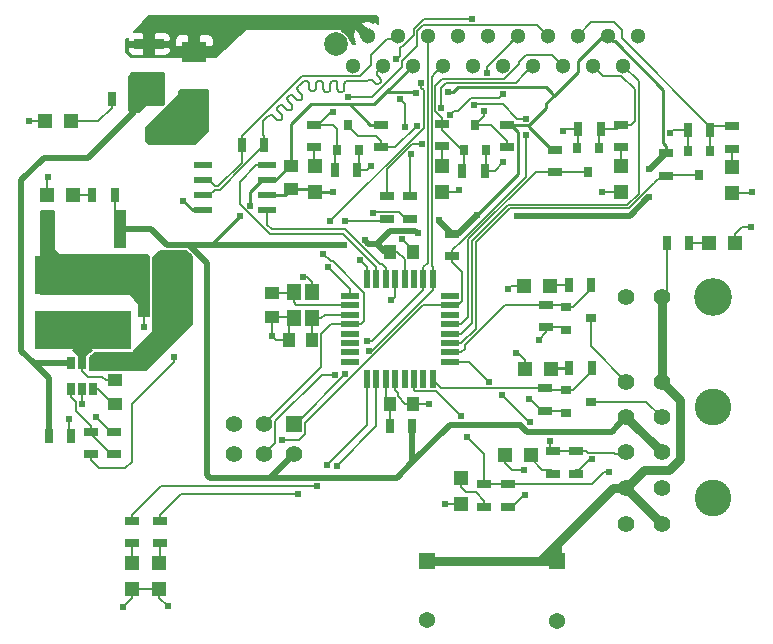
<source format=gtl>
G04 #@! TF.GenerationSoftware,KiCad,Pcbnew,5.0.0-fee4fd1~66~ubuntu16.04.1*
G04 #@! TF.CreationDate,2019-02-11T22:50:48-05:00*
G04 #@! TF.ProjectId,AIR_Control_Board,4149525F436F6E74726F6C5F426F6172,rev?*
G04 #@! TF.SameCoordinates,Original*
G04 #@! TF.FileFunction,Copper,L1,Top,Signal*
G04 #@! TF.FilePolarity,Positive*
%FSLAX46Y46*%
G04 Gerber Fmt 4.6, Leading zero omitted, Abs format (unit mm)*
G04 Created by KiCad (PCBNEW 5.0.0-fee4fd1~66~ubuntu16.04.1) date Mon Feb 11 22:50:48 2019*
%MOMM*%
%LPD*%
G01*
G04 APERTURE LIST*
G04 #@! TA.AperFunction,ComponentPad*
%ADD10C,1.371600*%
G04 #@! TD*
G04 #@! TA.AperFunction,ComponentPad*
%ADD11R,1.371600X1.371600*%
G04 #@! TD*
G04 #@! TA.AperFunction,SMDPad,CuDef*
%ADD12R,1.300000X0.700000*%
G04 #@! TD*
G04 #@! TA.AperFunction,SMDPad,CuDef*
%ADD13R,1.550000X0.600000*%
G04 #@! TD*
G04 #@! TA.AperFunction,SMDPad,CuDef*
%ADD14R,1.200000X1.200000*%
G04 #@! TD*
G04 #@! TA.AperFunction,ComponentPad*
%ADD15C,1.400000*%
G04 #@! TD*
G04 #@! TA.AperFunction,ComponentPad*
%ADD16R,1.400000X1.400000*%
G04 #@! TD*
G04 #@! TA.AperFunction,SMDPad,CuDef*
%ADD17R,1.000000X1.250000*%
G04 #@! TD*
G04 #@! TA.AperFunction,SMDPad,CuDef*
%ADD18R,0.700000X1.300000*%
G04 #@! TD*
G04 #@! TA.AperFunction,SMDPad,CuDef*
%ADD19R,0.900000X0.800000*%
G04 #@! TD*
G04 #@! TA.AperFunction,SMDPad,CuDef*
%ADD20R,0.800000X0.900000*%
G04 #@! TD*
G04 #@! TA.AperFunction,SMDPad,CuDef*
%ADD21R,2.159000X1.778000*%
G04 #@! TD*
G04 #@! TA.AperFunction,SMDPad,CuDef*
%ADD22R,1.600000X0.550000*%
G04 #@! TD*
G04 #@! TA.AperFunction,SMDPad,CuDef*
%ADD23R,0.550000X1.600000*%
G04 #@! TD*
G04 #@! TA.AperFunction,SMDPad,CuDef*
%ADD24R,1.200000X1.400000*%
G04 #@! TD*
G04 #@! TA.AperFunction,SMDPad,CuDef*
%ADD25R,1.250000X1.000000*%
G04 #@! TD*
G04 #@! TA.AperFunction,SMDPad,CuDef*
%ADD26R,2.500000X0.900000*%
G04 #@! TD*
G04 #@! TA.AperFunction,SMDPad,CuDef*
%ADD27R,8.200000X3.300000*%
G04 #@! TD*
G04 #@! TA.AperFunction,SMDPad,CuDef*
%ADD28R,0.650000X1.060000*%
G04 #@! TD*
G04 #@! TA.AperFunction,ComponentPad*
%ADD29C,3.100000*%
G04 #@! TD*
G04 #@! TA.AperFunction,ComponentPad*
%ADD30C,1.420000*%
G04 #@! TD*
G04 #@! TA.AperFunction,ComponentPad*
%ADD31C,3.200000*%
G04 #@! TD*
G04 #@! TA.AperFunction,SMDPad,CuDef*
%ADD32R,1.600000X1.000000*%
G04 #@! TD*
G04 #@! TA.AperFunction,SMDPad,CuDef*
%ADD33R,1.000000X3.200000*%
G04 #@! TD*
G04 #@! TA.AperFunction,ComponentPad*
%ADD34C,1.300000*%
G04 #@! TD*
G04 #@! TA.AperFunction,ComponentPad*
%ADD35C,2.000000*%
G04 #@! TD*
G04 #@! TA.AperFunction,ViaPad*
%ADD36C,0.609600*%
G04 #@! TD*
G04 #@! TA.AperFunction,Conductor*
%ADD37C,0.152400*%
G04 #@! TD*
G04 #@! TA.AperFunction,Conductor*
%ADD38C,0.254000*%
G04 #@! TD*
G04 #@! TA.AperFunction,Conductor*
%ADD39C,0.508000*%
G04 #@! TD*
G04 #@! TA.AperFunction,Conductor*
%ADD40C,0.762000*%
G04 #@! TD*
G04 #@! TA.AperFunction,Conductor*
%ADD41C,0.200000*%
G04 #@! TD*
G04 APERTURE END LIST*
D10*
G04 #@! TO.P,C1,2*
G04 #@! TO.N,GND*
X170688000Y-134366000D03*
D11*
G04 #@! TO.P,C1,1*
G04 #@! TO.N,/Air+12V*
X170688000Y-129362200D03*
G04 #@! TD*
D10*
G04 #@! TO.P,C2,2*
G04 #@! TO.N,GND*
X159689800Y-134315200D03*
D11*
G04 #@! TO.P,C2,1*
G04 #@! TO.N,/Air+12V*
X159689800Y-129311400D03*
G04 #@! TD*
D12*
G04 #@! TO.P,R33,2*
G04 #@! TO.N,Net-(J2-Pad10)*
X158267400Y-98442700D03*
G04 #@! TO.P,R33,1*
G04 #@! TO.N,/RJ45_LED1*
X158267400Y-100342700D03*
G04 #@! TD*
D13*
G04 #@! TO.P,U1,8*
G04 #@! TO.N,GND*
X140777465Y-99635642D03*
G04 #@! TO.P,U1,7*
G04 #@! TO.N,/CAN_P*
X140777465Y-98365642D03*
G04 #@! TO.P,U1,6*
G04 #@! TO.N,/CAN_N*
X140777465Y-97095642D03*
G04 #@! TO.P,U1,5*
G04 #@! TO.N,Net-(U1-Pad5)*
X140777465Y-95825642D03*
G04 #@! TO.P,U1,4*
G04 #@! TO.N,/XCAN_N*
X146177465Y-95825642D03*
G04 #@! TO.P,U1,3*
G04 #@! TO.N,VCC*
X146177465Y-97095642D03*
G04 #@! TO.P,U1,2*
G04 #@! TO.N,GND*
X146177465Y-98365642D03*
G04 #@! TO.P,U1,1*
G04 #@! TO.N,/XCAN_P*
X146177465Y-99635642D03*
G04 #@! TD*
D14*
G04 #@! TO.P,D1,1*
G04 #@! TO.N,GND*
X166306500Y-120307100D03*
G04 #@! TO.P,D1,2*
G04 #@! TO.N,Net-(D1-Pad2)*
X168506500Y-120307100D03*
G04 #@! TD*
G04 #@! TO.P,D14,1*
G04 #@! TO.N,GND*
X127568600Y-98348800D03*
G04 #@! TO.P,D14,2*
G04 #@! TO.N,Net-(D14-Pad2)*
X129768600Y-98348800D03*
G04 #@! TD*
D12*
G04 #@! TO.P,R13,2*
G04 #@! TO.N,/SenseConnToHVD*
X179959000Y-96708000D03*
G04 #@! TO.P,R13,1*
G04 #@! TO.N,VCC*
X179959000Y-94808000D03*
G04 #@! TD*
D15*
G04 #@! TO.P,J4,6*
G04 #@! TO.N,GND*
X143408400Y-120243600D03*
G04 #@! TO.P,J4,5*
G04 #@! TO.N,/RESET*
X143408400Y-117703600D03*
G04 #@! TO.P,J4,4*
G04 #@! TO.N,/MOSI*
X145948400Y-120243600D03*
G04 #@! TO.P,J4,3*
G04 #@! TO.N,/SCK*
X145948400Y-117703600D03*
G04 #@! TO.P,J4,2*
G04 #@! TO.N,VCC*
X148488400Y-120243600D03*
D16*
G04 #@! TO.P,J4,1*
G04 #@! TO.N,/MISO*
X148488400Y-117703600D03*
G04 #@! TD*
D17*
G04 #@! TO.P,C4,2*
G04 #@! TO.N,GND*
X158556200Y-103149400D03*
G04 #@! TO.P,C4,1*
G04 #@! TO.N,VCC*
X156556200Y-103149400D03*
G04 #@! TD*
D18*
G04 #@! TO.P,R10,2*
G04 #@! TO.N,GND*
X181803000Y-92837000D03*
G04 #@! TO.P,R10,1*
G04 #@! TO.N,/ShutdownSense_HVD_Conn*
X183703000Y-92837000D03*
G04 #@! TD*
G04 #@! TO.P,R15,2*
G04 #@! TO.N,Net-(D7-Pad2)*
X181925000Y-102362000D03*
G04 #@! TO.P,R15,1*
G04 #@! TO.N,/Air+12V*
X180025000Y-102362000D03*
G04 #@! TD*
D12*
G04 #@! TO.P,R16,2*
G04 #@! TO.N,Net-(D8-Pad2)*
X150177500Y-94292500D03*
G04 #@! TO.P,R16,1*
G04 #@! TO.N,/ShutdownSense_BMS*
X150177500Y-92392500D03*
G04 #@! TD*
G04 #@! TO.P,R14,2*
G04 #@! TO.N,/SenseMainTSConn*
X170561000Y-96388000D03*
G04 #@! TO.P,R14,1*
G04 #@! TO.N,VCC*
X170561000Y-94488000D03*
G04 #@! TD*
D17*
G04 #@! TO.P,C8,2*
G04 #@! TO.N,GND*
X137737600Y-106070400D03*
G04 #@! TO.P,C8,1*
G04 #@! TO.N,Net-(C10-Pad1)*
X135737600Y-106070400D03*
G04 #@! TD*
D19*
G04 #@! TO.P,Q2,3*
G04 #@! TO.N,/Air+GND*
X173579500Y-108775500D03*
G04 #@! TO.P,Q2,2*
G04 #@! TO.N,GND*
X171479500Y-109725500D03*
G04 #@! TO.P,Q2,1*
G04 #@! TO.N,/AIR+LSD*
X171479500Y-107825500D03*
G04 #@! TD*
D18*
G04 #@! TO.P,R22,2*
G04 #@! TO.N,Net-(D11-Pad2)*
X133009600Y-90170000D03*
G04 #@! TO.P,R22,1*
G04 #@! TO.N,/12V_Fused*
X134909600Y-90170000D03*
G04 #@! TD*
D12*
G04 #@! TO.P,R29,2*
G04 #@! TO.N,Net-(D13-Pad2)*
X137109200Y-127807800D03*
G04 #@! TO.P,R29,1*
G04 #@! TO.N,/P_LED_1*
X137109200Y-125907800D03*
G04 #@! TD*
G04 #@! TO.P,R31,2*
G04 #@! TO.N,/RESET*
X161848800Y-103515200D03*
G04 #@! TO.P,R31,1*
G04 #@! TO.N,VCC*
X161848800Y-101615200D03*
G04 #@! TD*
D14*
G04 #@! TO.P,D3,1*
G04 #@! TO.N,GND*
X167980000Y-113030000D03*
G04 #@! TO.P,D3,2*
G04 #@! TO.N,Net-(D3-Pad2)*
X170180000Y-113030000D03*
G04 #@! TD*
D18*
G04 #@! TO.P,R25,2*
G04 #@! TO.N,/12V_Fused*
X127675600Y-118719600D03*
G04 #@! TO.P,R25,1*
G04 #@! TO.N,Net-(R25-Pad1)*
X129575600Y-118719600D03*
G04 #@! TD*
D14*
G04 #@! TO.P,D9,1*
G04 #@! TO.N,GND*
X160972500Y-98044000D03*
G04 #@! TO.P,D9,2*
G04 #@! TO.N,Net-(D9-Pad2)*
X160972500Y-95844000D03*
G04 #@! TD*
D18*
G04 #@! TO.P,R23,2*
G04 #@! TO.N,Net-(C6-Pad1)*
X156580800Y-117919500D03*
G04 #@! TO.P,R23,1*
G04 #@! TO.N,VCC*
X158480800Y-117919500D03*
G04 #@! TD*
G04 #@! TO.P,R19,2*
G04 #@! TO.N,GND*
X164589500Y-96266000D03*
G04 #@! TO.P,R19,1*
G04 #@! TO.N,/ShutdownSense_IMD*
X162689500Y-96266000D03*
G04 #@! TD*
D20*
G04 #@! TO.P,Q5,3*
G04 #@! TO.N,/BMS_Sense*
X153035000Y-92422000D03*
G04 #@! TO.P,Q5,2*
G04 #@! TO.N,GND*
X153985000Y-94522000D03*
G04 #@! TO.P,Q5,1*
G04 #@! TO.N,/ShutdownSense_BMS*
X152085000Y-94522000D03*
G04 #@! TD*
D12*
G04 #@! TO.P,R26,2*
G04 #@! TO.N,GND*
X133248400Y-118379200D03*
G04 #@! TO.P,R26,1*
G04 #@! TO.N,Net-(R26-Pad1)*
X133248400Y-120279200D03*
G04 #@! TD*
G04 #@! TO.P,R21,2*
G04 #@! TO.N,/IMD_Sense*
X166497000Y-94295000D03*
G04 #@! TO.P,R21,1*
G04 #@! TO.N,VCC*
X166497000Y-92395000D03*
G04 #@! TD*
D18*
G04 #@! TO.P,R24,2*
G04 #@! TO.N,/CAN_N*
X144033200Y-94132400D03*
G04 #@! TO.P,R24,1*
G04 #@! TO.N,/CAN_P*
X145933200Y-94132400D03*
G04 #@! TD*
D21*
G04 #@! TO.P,D10,1*
G04 #@! TO.N,+12V*
X140004800Y-86207600D03*
G04 #@! TO.P,D10,2*
G04 #@! TO.N,GND*
X140004800Y-90271600D03*
G04 #@! TD*
D14*
G04 #@! TO.P,D11,1*
G04 #@! TO.N,GND*
X127390800Y-92100400D03*
G04 #@! TO.P,D11,2*
G04 #@! TO.N,Net-(D11-Pad2)*
X129590800Y-92100400D03*
G04 #@! TD*
D19*
G04 #@! TO.P,Q1,3*
G04 #@! TO.N,/Precharge-*
X173579500Y-115824000D03*
G04 #@! TO.P,Q1,2*
G04 #@! TO.N,GND*
X171479500Y-116774000D03*
G04 #@! TO.P,Q1,1*
G04 #@! TO.N,/PrechargeCTL*
X171479500Y-114874000D03*
G04 #@! TD*
D14*
G04 #@! TO.P,D12,1*
G04 #@! TO.N,GND*
X134772400Y-131681400D03*
G04 #@! TO.P,D12,2*
G04 #@! TO.N,Net-(D12-Pad2)*
X134772400Y-129481400D03*
G04 #@! TD*
G04 #@! TO.P,D8,1*
G04 #@! TO.N,GND*
X150241000Y-98085000D03*
G04 #@! TO.P,D8,2*
G04 #@! TO.N,Net-(D8-Pad2)*
X150241000Y-95885000D03*
G04 #@! TD*
D12*
G04 #@! TO.P,R34,2*
G04 #@! TO.N,Net-(J2-Pad11)*
X156337000Y-98427500D03*
G04 #@! TO.P,R34,1*
G04 #@! TO.N,/RJ45_LED2*
X156337000Y-100327500D03*
G04 #@! TD*
D18*
G04 #@! TO.P,R11,2*
G04 #@! TO.N,GND*
X172532000Y-92710000D03*
G04 #@! TO.P,R11,1*
G04 #@! TO.N,/ShutdownSense_MainPack*
X174432000Y-92710000D03*
G04 #@! TD*
D12*
G04 #@! TO.P,R6,2*
G04 #@! TO.N,GND*
X166611300Y-124736900D03*
G04 #@! TO.P,R6,1*
G04 #@! TO.N,/AIR+_Weld_Detect*
X166611300Y-122836900D03*
G04 #@! TD*
G04 #@! TO.P,R1,2*
G04 #@! TO.N,Net-(D1-Pad2)*
X170345100Y-121942900D03*
G04 #@! TO.P,R1,1*
G04 #@! TO.N,/AIR-_Weld_Detect*
X170345100Y-120042900D03*
G04 #@! TD*
G04 #@! TO.P,R7,2*
G04 #@! TO.N,GND*
X169799000Y-109537500D03*
G04 #@! TO.P,R7,1*
G04 #@! TO.N,/AIR+LSD*
X169799000Y-107637500D03*
G04 #@! TD*
G04 #@! TO.P,R27,2*
G04 #@! TO.N,Net-(D12-Pad2)*
X134772400Y-127807800D03*
G04 #@! TO.P,R27,1*
G04 #@! TO.N,/P_LED_2*
X134772400Y-125907800D03*
G04 #@! TD*
D14*
G04 #@! TO.P,D5,1*
G04 #@! TO.N,GND*
X176149000Y-98085000D03*
G04 #@! TO.P,D5,2*
G04 #@! TO.N,Net-(D5-Pad2)*
X176149000Y-95885000D03*
G04 #@! TD*
D12*
G04 #@! TO.P,R17,2*
G04 #@! TO.N,Net-(D9-Pad2)*
X160972500Y-94229000D03*
G04 #@! TO.P,R17,1*
G04 #@! TO.N,/ShutdownSense_IMD*
X160972500Y-92329000D03*
G04 #@! TD*
D18*
G04 #@! TO.P,R18,2*
G04 #@! TO.N,GND*
X153794500Y-96202500D03*
G04 #@! TO.P,R18,1*
G04 #@! TO.N,/ShutdownSense_BMS*
X151894500Y-96202500D03*
G04 #@! TD*
D22*
G04 #@! TO.P,IC1,32*
G04 #@! TO.N,Net-(IC1-Pad32)*
X161666500Y-106864500D03*
G04 #@! TO.P,IC1,31*
G04 #@! TO.N,/RESET*
X161666500Y-107664500D03*
G04 #@! TO.P,IC1,30*
G04 #@! TO.N,Net-(IC1-Pad30)*
X161666500Y-108464500D03*
G04 #@! TO.P,IC1,29*
G04 #@! TO.N,/SenseMainTSConn*
X161666500Y-109264500D03*
G04 #@! TO.P,IC1,28*
G04 #@! TO.N,/Cooling_Pressure_Sense*
X161666500Y-110064500D03*
G04 #@! TO.P,IC1,27*
G04 #@! TO.N,/SenseConnToHVD*
X161666500Y-110864500D03*
G04 #@! TO.P,IC1,26*
G04 #@! TO.N,/AIR+LSD*
X161666500Y-111664500D03*
G04 #@! TO.P,IC1,25*
G04 #@! TO.N,/AIR-_Weld_Detect*
X161666500Y-112464500D03*
D23*
G04 #@! TO.P,IC1,24*
G04 #@! TO.N,/PrechargeCTL*
X160216500Y-113914500D03*
G04 #@! TO.P,IC1,23*
G04 #@! TO.N,Net-(IC1-Pad23)*
X159416500Y-113914500D03*
G04 #@! TO.P,IC1,22*
G04 #@! TO.N,/AIR+_Weld_Detect*
X158616500Y-113914500D03*
G04 #@! TO.P,IC1,21*
G04 #@! TO.N,Net-(IC1-Pad21)*
X157816500Y-113914500D03*
G04 #@! TO.P,IC1,20*
G04 #@! TO.N,GND*
X157016500Y-113914500D03*
G04 #@! TO.P,IC1,19*
G04 #@! TO.N,Net-(C6-Pad1)*
X156216500Y-113914500D03*
G04 #@! TO.P,IC1,18*
G04 #@! TO.N,/P_LED_2*
X155416500Y-113914500D03*
G04 #@! TO.P,IC1,17*
G04 #@! TO.N,/P_LED_1*
X154616500Y-113914500D03*
D22*
G04 #@! TO.P,IC1,16*
G04 #@! TO.N,Net-(IC1-Pad16)*
X153166500Y-112464500D03*
G04 #@! TO.P,IC1,15*
G04 #@! TO.N,Net-(IC1-Pad15)*
X153166500Y-111664500D03*
G04 #@! TO.P,IC1,14*
G04 #@! TO.N,Net-(IC1-Pad14)*
X153166500Y-110864500D03*
G04 #@! TO.P,IC1,13*
G04 #@! TO.N,Net-(IC1-Pad13)*
X153166500Y-110064500D03*
G04 #@! TO.P,IC1,12*
G04 #@! TO.N,/SCK*
X153166500Y-109264500D03*
G04 #@! TO.P,IC1,11*
G04 #@! TO.N,Net-(C11-Pad1)*
X153166500Y-108464500D03*
G04 #@! TO.P,IC1,10*
G04 #@! TO.N,Net-(C12-Pad1)*
X153166500Y-107664500D03*
G04 #@! TO.P,IC1,9*
G04 #@! TO.N,/RJ45_LED2*
X153166500Y-106864500D03*
D23*
G04 #@! TO.P,IC1,8*
G04 #@! TO.N,/RJ45_LED1*
X154616500Y-105414500D03*
G04 #@! TO.P,IC1,7*
G04 #@! TO.N,/XCAN_N*
X155416500Y-105414500D03*
G04 #@! TO.P,IC1,6*
G04 #@! TO.N,/XCAN_P*
X156216500Y-105414500D03*
G04 #@! TO.P,IC1,5*
G04 #@! TO.N,GND*
X157016500Y-105414500D03*
G04 #@! TO.P,IC1,4*
G04 #@! TO.N,VCC*
X157816500Y-105414500D03*
G04 #@! TO.P,IC1,3*
G04 #@! TO.N,Net-(IC1-Pad3)*
X158616500Y-105414500D03*
G04 #@! TO.P,IC1,2*
G04 #@! TO.N,/MOSI*
X159416500Y-105414500D03*
G04 #@! TO.P,IC1,1*
G04 #@! TO.N,/MISO*
X160216500Y-105414500D03*
G04 #@! TD*
D14*
G04 #@! TO.P,D13,1*
G04 #@! TO.N,GND*
X137058400Y-131663800D03*
G04 #@! TO.P,D13,2*
G04 #@! TO.N,Net-(D13-Pad2)*
X137058400Y-129463800D03*
G04 #@! TD*
D12*
G04 #@! TO.P,R28,2*
G04 #@! TO.N,Net-(R26-Pad1)*
X131267200Y-118379200D03*
G04 #@! TO.P,R28,1*
G04 #@! TO.N,Net-(C10-Pad1)*
X131267200Y-120279200D03*
G04 #@! TD*
D14*
G04 #@! TO.P,D6,1*
G04 #@! TO.N,GND*
X167916500Y-106045000D03*
G04 #@! TO.P,D6,2*
G04 #@! TO.N,Net-(D6-Pad2)*
X170116500Y-106045000D03*
G04 #@! TD*
D20*
G04 #@! TO.P,Q3,3*
G04 #@! TO.N,/SenseConnToHVD*
X182753000Y-96681000D03*
G04 #@! TO.P,Q3,2*
G04 #@! TO.N,GND*
X181803000Y-94581000D03*
G04 #@! TO.P,Q3,1*
G04 #@! TO.N,/ShutdownSense_HVD_Conn*
X183703000Y-94581000D03*
G04 #@! TD*
D24*
G04 #@! TO.P,Y1,4*
G04 #@! TO.N,GND*
X148412400Y-108762800D03*
G04 #@! TO.P,Y1,3*
G04 #@! TO.N,Net-(C12-Pad1)*
X148412400Y-106562800D03*
G04 #@! TO.P,Y1,2*
G04 #@! TO.N,GND*
X150012400Y-106562800D03*
G04 #@! TO.P,Y1,1*
G04 #@! TO.N,Net-(C11-Pad1)*
X150012400Y-108762800D03*
G04 #@! TD*
D18*
G04 #@! TO.P,R32,2*
G04 #@! TO.N,Net-(D14-Pad2)*
X131368800Y-98298000D03*
G04 #@! TO.P,R32,1*
G04 #@! TO.N,VCC*
X133268800Y-98298000D03*
G04 #@! TD*
D12*
G04 #@! TO.P,R20,2*
G04 #@! TO.N,/BMS_Sense*
X155829000Y-94295000D03*
G04 #@! TO.P,R20,1*
G04 #@! TO.N,VCC*
X155829000Y-92395000D03*
G04 #@! TD*
D20*
G04 #@! TO.P,Q6,3*
G04 #@! TO.N,/IMD_Sense*
X163766500Y-92422000D03*
G04 #@! TO.P,Q6,2*
G04 #@! TO.N,GND*
X164716500Y-94522000D03*
G04 #@! TO.P,Q6,1*
G04 #@! TO.N,/ShutdownSense_IMD*
X162816500Y-94522000D03*
G04 #@! TD*
D17*
G04 #@! TO.P,C6,2*
G04 #@! TO.N,GND*
X158543500Y-116001800D03*
G04 #@! TO.P,C6,1*
G04 #@! TO.N,Net-(C6-Pad1)*
X156543500Y-116001800D03*
G04 #@! TD*
D14*
G04 #@! TO.P,D4,1*
G04 #@! TO.N,GND*
X185547000Y-98171000D03*
G04 #@! TO.P,D4,2*
G04 #@! TO.N,Net-(D4-Pad2)*
X185547000Y-95971000D03*
G04 #@! TD*
D12*
G04 #@! TO.P,R8,2*
G04 #@! TO.N,Net-(D4-Pad2)*
X185547000Y-94422000D03*
G04 #@! TO.P,R8,1*
G04 #@! TO.N,/ShutdownSense_HVD_Conn*
X185547000Y-92522000D03*
G04 #@! TD*
D20*
G04 #@! TO.P,Q4,3*
G04 #@! TO.N,/SenseMainTSConn*
X173355000Y-96427000D03*
G04 #@! TO.P,Q4,2*
G04 #@! TO.N,GND*
X172405000Y-94327000D03*
G04 #@! TO.P,Q4,1*
G04 #@! TO.N,/ShutdownSense_MainPack*
X174305000Y-94327000D03*
G04 #@! TD*
D17*
G04 #@! TO.P,C9,2*
G04 #@! TO.N,GND*
X137728200Y-107950000D03*
G04 #@! TO.P,C9,1*
G04 #@! TO.N,Net-(C10-Pad1)*
X135728200Y-107950000D03*
G04 #@! TD*
G04 #@! TO.P,C10,2*
G04 #@! TO.N,GND*
X137753600Y-104190800D03*
G04 #@! TO.P,C10,1*
G04 #@! TO.N,Net-(C10-Pad1)*
X135753600Y-104190800D03*
G04 #@! TD*
G04 #@! TO.P,C11,2*
G04 #@! TO.N,GND*
X148012400Y-110642400D03*
G04 #@! TO.P,C11,1*
G04 #@! TO.N,Net-(C11-Pad1)*
X150012400Y-110642400D03*
G04 #@! TD*
D25*
G04 #@! TO.P,C12,2*
G04 #@! TO.N,GND*
X146608800Y-108661200D03*
G04 #@! TO.P,C12,1*
G04 #@! TO.N,Net-(C12-Pad1)*
X146608800Y-106661200D03*
G04 #@! TD*
D14*
G04 #@! TO.P,D2,1*
G04 #@! TO.N,GND*
X162560000Y-124485400D03*
G04 #@! TO.P,D2,2*
G04 #@! TO.N,Net-(D2-Pad2)*
X162560000Y-122285400D03*
G04 #@! TD*
D26*
G04 #@! TO.P,F1,2*
G04 #@! TO.N,/12V_Fused*
X136194800Y-88470400D03*
G04 #@! TO.P,F1,1*
G04 #@! TO.N,+12V*
X136194800Y-85570400D03*
G04 #@! TD*
D27*
G04 #@! TO.P,L1,2*
G04 #@! TO.N,Net-(C10-Pad1)*
X130606800Y-105092000D03*
G04 #@! TO.P,L1,1*
G04 #@! TO.N,Net-(C7-Pad2)*
X130606800Y-109792000D03*
G04 #@! TD*
D12*
G04 #@! TO.P,R2,2*
G04 #@! TO.N,GND*
X172364400Y-121930200D03*
G04 #@! TO.P,R2,1*
G04 #@! TO.N,/AIR-_Weld_Detect*
X172364400Y-120030200D03*
G04 #@! TD*
G04 #@! TO.P,R3,2*
G04 #@! TO.N,Net-(D2-Pad2)*
X164579300Y-124734400D03*
G04 #@! TO.P,R3,1*
G04 #@! TO.N,/AIR+_Weld_Detect*
X164579300Y-122834400D03*
G04 #@! TD*
D18*
G04 #@! TO.P,R12,2*
G04 #@! TO.N,Net-(D6-Pad2)*
X171704000Y-105981500D03*
G04 #@! TO.P,R12,1*
G04 #@! TO.N,/AIR+LSD*
X173604000Y-105981500D03*
G04 #@! TD*
D28*
G04 #@! TO.P,U2,5*
G04 #@! TO.N,Net-(R25-Pad1)*
X130505200Y-114739600D03*
G04 #@! TO.P,U2,6*
G04 #@! TO.N,Net-(C7-Pad1)*
X131455200Y-114739600D03*
G04 #@! TO.P,U2,4*
G04 #@! TO.N,Net-(R26-Pad1)*
X129555200Y-114739600D03*
G04 #@! TO.P,U2,3*
G04 #@! TO.N,/12V_Fused*
X129555200Y-112539600D03*
G04 #@! TO.P,U2,2*
G04 #@! TO.N,Net-(C7-Pad2)*
X130505200Y-112539600D03*
G04 #@! TO.P,U2,1*
G04 #@! TO.N,GND*
X131455200Y-112539600D03*
G04 #@! TD*
D25*
G04 #@! TO.P,C7,2*
G04 #@! TO.N,Net-(C7-Pad2)*
X133273800Y-114020600D03*
G04 #@! TO.P,C7,1*
G04 #@! TO.N,Net-(C7-Pad1)*
X133273800Y-116020600D03*
G04 #@! TD*
D18*
G04 #@! TO.P,R4,2*
G04 #@! TO.N,Net-(D3-Pad2)*
X171770000Y-112966500D03*
G04 #@! TO.P,R4,1*
G04 #@! TO.N,/PrechargeCTL*
X173670000Y-112966500D03*
G04 #@! TD*
D12*
G04 #@! TO.P,R5,2*
G04 #@! TO.N,GND*
X169735500Y-116583500D03*
G04 #@! TO.P,R5,1*
G04 #@! TO.N,/PrechargeCTL*
X169735500Y-114683500D03*
G04 #@! TD*
D29*
G04 #@! TO.P,J1,*
G04 #@! TO.N,*
X183896000Y-116292000D03*
D30*
G04 #@! TO.P,J1,1*
G04 #@! TO.N,/Air+12V*
X179576000Y-114132000D03*
G04 #@! TO.P,J1,2*
G04 #@! TO.N,/Precharge-*
X179576000Y-117132000D03*
D29*
G04 #@! TO.P,J1,*
G04 #@! TO.N,*
X183896000Y-123992000D03*
D30*
G04 #@! TO.P,J1,3*
G04 #@! TO.N,VCC*
X179576000Y-120132000D03*
G04 #@! TO.P,J1,4*
G04 #@! TO.N,/AIR+_Weld_Detect*
X179576000Y-123152000D03*
G04 #@! TO.P,J1,5*
G04 #@! TO.N,/Air+12V*
X179576000Y-126152000D03*
G04 #@! TO.P,J1,6*
G04 #@! TO.N,/Air+GND*
X176576000Y-114132000D03*
G04 #@! TO.P,J1,7*
G04 #@! TO.N,VCC*
X176576000Y-117132000D03*
G04 #@! TO.P,J1,8*
G04 #@! TO.N,/AIR-_Weld_Detect*
X176576000Y-120132000D03*
G04 #@! TO.P,J1,9*
G04 #@! TO.N,/Air+12V*
X176576000Y-123152000D03*
G04 #@! TO.P,J1,10*
G04 #@! TO.N,GND*
X176576000Y-126152000D03*
G04 #@! TD*
G04 #@! TO.P,J3,2*
G04 #@! TO.N,GND*
X176576000Y-106934000D03*
G04 #@! TO.P,J3,1*
G04 #@! TO.N,/Air+12V*
X179576000Y-106934000D03*
D31*
G04 #@! TO.P,J3,*
G04 #@! TO.N,*
X183896000Y-106934000D03*
G04 #@! TD*
D25*
G04 #@! TO.P,C3,2*
G04 #@! TO.N,GND*
X148209000Y-97859600D03*
G04 #@! TO.P,C3,1*
G04 #@! TO.N,VCC*
X148209000Y-95859600D03*
G04 #@! TD*
D32*
G04 #@! TO.P,C5,2*
G04 #@! TO.N,GND*
X136652000Y-93170000D03*
G04 #@! TO.P,C5,1*
G04 #@! TO.N,/12V_Fused*
X136652000Y-90170000D03*
G04 #@! TD*
D14*
G04 #@! TO.P,D7,1*
G04 #@! TO.N,GND*
X185801000Y-102362000D03*
G04 #@! TO.P,D7,2*
G04 #@! TO.N,Net-(D7-Pad2)*
X183601000Y-102362000D03*
G04 #@! TD*
D12*
G04 #@! TO.P,R9,2*
G04 #@! TO.N,Net-(D5-Pad2)*
X176149000Y-94295000D03*
G04 #@! TO.P,R9,1*
G04 #@! TO.N,/ShutdownSense_MainPack*
X176149000Y-92395000D03*
G04 #@! TD*
D33*
G04 #@! TO.P,R30,2*
G04 #@! TO.N,Net-(C10-Pad1)*
X127506800Y-101244400D03*
G04 #@! TO.P,R30,1*
G04 #@! TO.N,VCC*
X133706800Y-101244400D03*
G04 #@! TD*
D34*
G04 #@! TO.P,J2,5*
G04 #@! TO.N,VCC*
X158496000Y-87376000D03*
G04 #@! TO.P,J2,3*
G04 #@! TO.N,/CAN_P*
X155956000Y-87376000D03*
G04 #@! TO.P,J2,1*
G04 #@! TO.N,GND*
X153416000Y-87376000D03*
G04 #@! TO.P,J2,7*
G04 #@! TO.N,/MISO*
X161036000Y-87376000D03*
G04 #@! TO.P,J2,2*
G04 #@! TO.N,+12V*
X154686000Y-84836000D03*
G04 #@! TO.P,J2,4*
G04 #@! TO.N,/CAN_N*
X157226000Y-84836000D03*
G04 #@! TO.P,J2,6*
G04 #@! TO.N,/MOSI*
X159766000Y-84836000D03*
G04 #@! TO.P,J2,8*
G04 #@! TO.N,/SCK*
X162306000Y-84836000D03*
G04 #@! TO.P,J2,9*
G04 #@! TO.N,/RESET*
X163576000Y-87376000D03*
G04 #@! TO.P,J2,10*
G04 #@! TO.N,Net-(J2-Pad10)*
X164846000Y-84836000D03*
G04 #@! TO.P,J2,11*
G04 #@! TO.N,Net-(J2-Pad11)*
X166116000Y-87376000D03*
G04 #@! TO.P,J2,12*
G04 #@! TO.N,/IMD_Sense*
X167386000Y-84836000D03*
G04 #@! TO.P,J2,13*
G04 #@! TO.N,/BMS_Sense*
X168656000Y-87376000D03*
G04 #@! TO.P,J2,14*
G04 #@! TO.N,/ShutdownSense_BMS*
X169926000Y-84836000D03*
G04 #@! TO.P,J2,15*
G04 #@! TO.N,/ShutdownSense_IMD*
X171196000Y-87376000D03*
G04 #@! TO.P,J2,16*
G04 #@! TO.N,/ShutdownSense_HVD_Conn*
X172466000Y-84836000D03*
G04 #@! TO.P,J2,17*
G04 #@! TO.N,/ShutdownSense_MainPack*
X173736000Y-87376000D03*
G04 #@! TO.P,J2,18*
G04 #@! TO.N,VCC*
X175006000Y-84836000D03*
G04 #@! TO.P,J2,19*
G04 #@! TO.N,/Cooling_Pressure_Sense*
X176276000Y-87376000D03*
G04 #@! TO.P,J2,20*
G04 #@! TO.N,GND*
X177546000Y-84836000D03*
D35*
G04 #@! TO.P,J2,21*
G04 #@! TO.N,N/C*
X152016000Y-85576000D03*
G04 #@! TD*
D36*
G04 #@! TO.N,GND*
X154940000Y-95859600D03*
X166166800Y-95554800D03*
X162407600Y-97942400D03*
X180289200Y-93065600D03*
X187198000Y-98044000D03*
X187147200Y-101041200D03*
X149250400Y-105257600D03*
X146558000Y-110236000D03*
X167284400Y-111709200D03*
X169164000Y-110591600D03*
X166573200Y-106324400D03*
X171196000Y-92913200D03*
X174498000Y-98094800D03*
X127584200Y-96799400D03*
X139115800Y-104952800D03*
X139115800Y-106273600D03*
X139128500Y-107708700D03*
X138874500Y-109194600D03*
X139115800Y-103835200D03*
X131724400Y-117119400D03*
X138353800Y-93573600D03*
X138861800Y-92303600D03*
X139674600Y-93370400D03*
X140411200Y-92278200D03*
X125984000Y-92100400D03*
X161264600Y-124510800D03*
X168046400Y-123748800D03*
X173685200Y-120700800D03*
X139039600Y-98806000D03*
X151714200Y-98044000D03*
X156692600Y-107264200D03*
X157556200Y-102057200D03*
X159905700Y-115989100D03*
X133972300Y-133235700D03*
X137820400Y-133134100D03*
X168313100Y-115570000D03*
X167906700Y-121653300D03*
G04 #@! TO.N,VCC*
X143916400Y-100076000D03*
X144754600Y-99237800D03*
X158953200Y-101561900D03*
X160731200Y-100469700D03*
X158813500Y-89738200D03*
X161493200Y-89636600D03*
X152654000Y-102590600D03*
X154434317Y-102156483D03*
X163918900Y-100037900D03*
X167347900Y-100088700D03*
X178520445Y-98510445D03*
X178511200Y-96164400D03*
G04 #@! TO.N,/MISO*
X154779538Y-111510638D03*
X152760238Y-113529938D03*
G04 #@! TO.N,/MOSI*
X154622500Y-110718600D03*
X151942800Y-113563400D03*
G04 #@! TO.N,/SCK*
X159232600Y-88849200D03*
X151511000Y-100558600D03*
X150931905Y-103301800D03*
G04 #@! TO.N,/RESET*
X168071800Y-93281500D03*
X168069223Y-91861600D03*
X163677600Y-90678000D03*
X147410401Y-119100600D03*
G04 #@! TO.N,/P_LED_1*
X151269700Y-121196100D03*
X148831300Y-123647200D03*
G04 #@! TO.N,/P_LED_2*
X152057100Y-121246900D03*
X150368000Y-122974100D03*
G04 #@! TO.N,Net-(C10-Pad1)*
X135763000Y-109550200D03*
X138277600Y-112064800D03*
G04 #@! TO.N,/RJ45_LED1*
X154074879Y-103874821D03*
X155117800Y-99860100D03*
G04 #@! TO.N,/RJ45_LED2*
X151313551Y-104412493D03*
X152742900Y-100558600D03*
G04 #@! TO.N,/AIR+_Weld_Detect*
X175158400Y-121818400D03*
X162560000Y-117017800D03*
X163118800Y-118783100D03*
G04 #@! TO.N,/AIR-_Weld_Detect*
X164960300Y-114150100D03*
X166103300Y-115290600D03*
X168402000Y-117513100D03*
X170103800Y-119202200D03*
G04 #@! TO.N,Net-(J2-Pad10)*
X158364804Y-94890204D03*
X157835600Y-92595700D03*
X157416500Y-90195400D03*
X157086300Y-86855300D03*
X163537900Y-83426300D03*
G04 #@! TO.N,Net-(J2-Pad11)*
X159255689Y-94043500D03*
X161663327Y-91523624D03*
X166116000Y-89809320D03*
G04 #@! TO.N,/IMD_Sense*
X164515800Y-91198700D03*
X164757100Y-87985600D03*
G04 #@! TO.N,/BMS_Sense*
X158861779Y-92453479D03*
X160932109Y-90964029D03*
G04 #@! TO.N,/ShutdownSense_BMS*
X151726900Y-91287600D03*
X152996900Y-90030300D03*
G04 #@! TO.N,Net-(R25-Pad1)*
X130505200Y-116027200D03*
X129438400Y-117322600D03*
G04 #@! TD*
D37*
G04 #@! TO.N,GND*
X153985000Y-96012000D02*
X153794500Y-96202500D01*
X153985000Y-94522000D02*
X153985000Y-96012000D01*
X154597100Y-96202500D02*
X154940000Y-95859600D01*
X153794500Y-96202500D02*
X154597100Y-96202500D01*
X164716500Y-96139000D02*
X164589500Y-96266000D01*
X164716500Y-94522000D02*
X164716500Y-96139000D01*
X165455600Y-96266000D02*
X166166800Y-95554800D01*
X164589500Y-96266000D02*
X165455600Y-96266000D01*
X162306000Y-98044000D02*
X162407600Y-97942400D01*
X160972500Y-98044000D02*
X162306000Y-98044000D01*
X172532000Y-94200000D02*
X172405000Y-94327000D01*
X172532000Y-92710000D02*
X172532000Y-94200000D01*
X181803000Y-93639400D02*
X181803000Y-94581000D01*
X180517800Y-92837000D02*
X180289200Y-93065600D01*
X181803000Y-92837000D02*
X180517800Y-92837000D01*
X187071000Y-98171000D02*
X187198000Y-98044000D01*
X185547000Y-98171000D02*
X187071000Y-98171000D01*
X186369400Y-101041200D02*
X187147200Y-101041200D01*
X185801000Y-101609600D02*
X186369400Y-101041200D01*
X185801000Y-102362000D02*
X185801000Y-101609600D01*
X148310800Y-108661200D02*
X148412400Y-108762800D01*
X146608800Y-108661200D02*
X148310800Y-108661200D01*
X149559600Y-105257600D02*
X149250400Y-105257600D01*
X150012400Y-105710400D02*
X149559600Y-105257600D01*
X150012400Y-106562800D02*
X150012400Y-105710400D01*
X148012400Y-109162800D02*
X148412400Y-108762800D01*
X148012400Y-110642400D02*
X148012400Y-109162800D01*
X146608800Y-110185200D02*
X146558000Y-110236000D01*
X146608800Y-108661200D02*
X146608800Y-110185200D01*
X146964400Y-110642400D02*
X146558000Y-110236000D01*
X148012400Y-110642400D02*
X146964400Y-110642400D01*
X171289000Y-116583500D02*
X171479500Y-116774000D01*
X169735500Y-116583500D02*
X171289000Y-116583500D01*
X167411600Y-111709200D02*
X167284400Y-111709200D01*
X167980000Y-112277600D02*
X167411600Y-111709200D01*
X167980000Y-113030000D02*
X167980000Y-112277600D01*
X171291500Y-109537500D02*
X171479500Y-109725500D01*
X169799000Y-109537500D02*
X171291500Y-109537500D01*
X169799000Y-109956600D02*
X169164000Y-110591600D01*
X169799000Y-109537500D02*
X169799000Y-109956600D01*
X166852600Y-106045000D02*
X166573200Y-106324400D01*
X167916500Y-106045000D02*
X166852600Y-106045000D01*
X171399200Y-92710000D02*
X171196000Y-92913200D01*
X172532000Y-92710000D02*
X171399200Y-92710000D01*
X174507800Y-98085000D02*
X174498000Y-98094800D01*
X176149000Y-98085000D02*
X174507800Y-98085000D01*
X127568600Y-96815000D02*
X127584200Y-96799400D01*
X127568600Y-98348800D02*
X127568600Y-96815000D01*
X139115800Y-104900600D02*
X139115800Y-104952800D01*
X138406000Y-104190800D02*
X139115800Y-104900600D01*
X137753600Y-104190800D02*
X138406000Y-104190800D01*
X139115800Y-106273600D02*
X139115800Y-107873800D01*
X139115800Y-104952800D02*
X139115800Y-103835200D01*
X131724400Y-117155200D02*
X131724400Y-117119400D01*
X132948400Y-118379200D02*
X131724400Y-117155200D01*
X133248400Y-118379200D02*
X132948400Y-118379200D01*
X137950200Y-93170000D02*
X138353800Y-93573600D01*
X136652000Y-93170000D02*
X137950200Y-93170000D01*
X138861800Y-92557600D02*
X139674600Y-93370400D01*
X138861800Y-92303600D02*
X138861800Y-92557600D01*
X140004800Y-91871800D02*
X140004800Y-90271600D01*
X140411200Y-92278200D02*
X140004800Y-91871800D01*
X127390800Y-92100400D02*
X125984000Y-92100400D01*
X161290000Y-124485400D02*
X161264600Y-124510800D01*
X162560000Y-124485400D02*
X161290000Y-124485400D01*
X166611300Y-124736900D02*
X166911300Y-124736900D01*
X167899400Y-123748800D02*
X168046400Y-123748800D01*
X166911300Y-124736900D02*
X167899400Y-123748800D01*
X173472200Y-120700800D02*
X173685200Y-120700800D01*
X172575500Y-121597500D02*
X173472200Y-120700800D01*
X172275500Y-121597500D02*
X172575500Y-121597500D01*
D38*
X139869242Y-99635642D02*
X139039600Y-98806000D01*
X140777465Y-99635642D02*
X139869242Y-99635642D01*
D37*
X148109400Y-97637600D02*
X148234400Y-97637600D01*
D38*
X147702958Y-98365642D02*
X148209000Y-97859600D01*
X146177465Y-98365642D02*
X147702958Y-98365642D01*
X150015600Y-97859600D02*
X150241000Y-98085000D01*
X148209000Y-97859600D02*
X150015600Y-97859600D01*
X151673200Y-98085000D02*
X151714200Y-98044000D01*
X150241000Y-98085000D02*
X151673200Y-98085000D01*
D37*
X157016500Y-106940300D02*
X156692600Y-107264200D01*
X157016500Y-105414500D02*
X157016500Y-106940300D01*
X157589000Y-102057200D02*
X157556200Y-102057200D01*
X158556200Y-103024400D02*
X157589000Y-102057200D01*
X158556200Y-103149400D02*
X158556200Y-103024400D01*
X157016500Y-114866900D02*
X157016500Y-113914500D01*
X157272101Y-115122501D02*
X157016500Y-114866900D01*
X157272101Y-115382801D02*
X157272101Y-115122501D01*
X157891100Y-116001800D02*
X157272101Y-115382801D01*
X158543500Y-116001800D02*
X157891100Y-116001800D01*
X159893000Y-116001800D02*
X159905700Y-115989100D01*
X158543500Y-116001800D02*
X159893000Y-116001800D01*
X137040800Y-131681400D02*
X137058400Y-131663800D01*
X134772400Y-131681400D02*
X137040800Y-131681400D01*
X134772400Y-132435600D02*
X133972300Y-133235700D01*
X134772400Y-131681400D02*
X134772400Y-132435600D01*
X137776300Y-133134100D02*
X137820400Y-133134100D01*
X137058400Y-132416200D02*
X137776300Y-133134100D01*
X137058400Y-131663800D02*
X137058400Y-132416200D01*
X168422000Y-115570000D02*
X168313100Y-115570000D01*
X169435500Y-116583500D02*
X168422000Y-115570000D01*
X169735500Y-116583500D02*
X169435500Y-116583500D01*
X166900300Y-121653300D02*
X167906700Y-121653300D01*
X166306500Y-121059500D02*
X166900300Y-121653300D01*
X166306500Y-120307100D02*
X166306500Y-121059500D01*
X181803000Y-92837000D02*
X181803000Y-93639400D01*
G04 #@! TO.N,VCC*
X133268800Y-100806400D02*
X133706800Y-101244400D01*
X133268800Y-98298000D02*
X133268800Y-100806400D01*
D38*
X148084000Y-95859600D02*
X148209000Y-95859600D01*
X146847958Y-97095642D02*
X148084000Y-95859600D01*
X146177465Y-97095642D02*
X146847958Y-97095642D01*
D37*
X157816500Y-104462100D02*
X157816500Y-105414500D01*
X157208600Y-103149400D02*
X157816500Y-103757300D01*
X156556200Y-103149400D02*
X157208600Y-103149400D01*
D39*
X133706800Y-101244400D02*
X136321800Y-101244400D01*
X136321800Y-101244400D02*
X137668000Y-102590600D01*
X156159200Y-103149400D02*
X156556200Y-103149400D01*
X155498800Y-102489000D02*
X156159200Y-103149400D01*
D38*
X141452600Y-102590600D02*
X141452600Y-102539800D01*
X141452600Y-102539800D02*
X143916400Y-100076000D01*
X145702465Y-97095642D02*
X146177465Y-97095642D01*
X144754600Y-98043507D02*
X145702465Y-97095642D01*
X144754600Y-99237800D02*
X144754600Y-98043507D01*
X148209000Y-95859600D02*
X148209000Y-92329000D01*
X148209000Y-92329000D02*
X149910800Y-90627200D01*
X154925000Y-92395000D02*
X155829000Y-92395000D01*
X153157200Y-90627200D02*
X154925000Y-92395000D01*
X149910800Y-90627200D02*
X153157200Y-90627200D01*
D40*
X176576000Y-117132000D02*
X179576000Y-120132000D01*
D39*
X137668000Y-102590600D02*
X137922000Y-102590600D01*
X137922000Y-102590600D02*
X141452600Y-102590600D01*
X137922000Y-102590600D02*
X139573000Y-102590600D01*
X139573000Y-102590600D02*
X141097000Y-104114600D01*
X141097000Y-122047000D02*
X141312900Y-122262900D01*
X147763001Y-120943599D02*
X146443700Y-122262900D01*
X147788401Y-120943599D02*
X147763001Y-120943599D01*
X148488400Y-120243600D02*
X147788401Y-120943599D01*
X141312900Y-122262900D02*
X146443700Y-122262900D01*
X155092400Y-102489000D02*
X155460700Y-102489000D01*
X155092400Y-102489000D02*
X155498800Y-102489000D01*
X156603701Y-101345999D02*
X158737299Y-101345999D01*
X158737299Y-101345999D02*
X158953200Y-101561900D01*
X155460700Y-102489000D02*
X156603701Y-101345999D01*
X160731200Y-100497600D02*
X161848800Y-101615200D01*
X160731200Y-100469700D02*
X160731200Y-100497600D01*
D38*
X153157200Y-90627200D02*
X155244800Y-90627200D01*
X174650400Y-84836000D02*
X175006000Y-84836000D01*
X172466000Y-87909400D02*
X172466000Y-87020400D01*
X172466000Y-87020400D02*
X174650400Y-84836000D01*
D39*
X141097000Y-104114600D02*
X141097000Y-122047000D01*
X158480800Y-120970000D02*
X158480800Y-117919500D01*
X157187900Y-122262900D02*
X158480800Y-120970000D01*
X146443700Y-122262900D02*
X157187900Y-122262900D01*
X175343999Y-118364001D02*
X175866001Y-117841999D01*
X158480800Y-120970000D02*
X161645601Y-117805199D01*
X167690799Y-117854477D02*
X168200323Y-118364001D01*
X167690799Y-117805199D02*
X167690799Y-117854477D01*
X168200323Y-118364001D02*
X175343999Y-118364001D01*
X161645601Y-117805199D02*
X167690799Y-117805199D01*
D38*
X169799000Y-90996441D02*
X169799000Y-90576400D01*
X168349640Y-92445801D02*
X169799000Y-90996441D01*
X167451801Y-92445801D02*
X168349640Y-92445801D01*
X167401000Y-92395000D02*
X167451801Y-92445801D01*
X166497000Y-92395000D02*
X167401000Y-92395000D01*
X168349640Y-92576640D02*
X170261000Y-94488000D01*
X170261000Y-94488000D02*
X170561000Y-94488000D01*
X168349640Y-92445801D02*
X168349640Y-92576640D01*
X179959000Y-94204000D02*
X179959000Y-94808000D01*
X179704999Y-93949999D02*
X179959000Y-94204000D01*
X179704999Y-89429485D02*
X179704999Y-93949999D01*
X175761513Y-85485999D02*
X179704999Y-89429485D01*
X156260800Y-89611200D02*
X158496000Y-87376000D01*
X155244800Y-90627200D02*
X156260800Y-89611200D01*
X156260800Y-89611200D02*
X158686500Y-89611200D01*
X158686500Y-89611200D02*
X158813500Y-89738200D01*
X170180000Y-89636600D02*
X170459400Y-89916000D01*
X170459400Y-89916000D02*
X172466000Y-87909400D01*
X169799000Y-90576400D02*
X170459400Y-89916000D01*
D39*
X141452600Y-102590600D02*
X152654000Y-102590600D01*
X154739116Y-102461282D02*
X155064682Y-102461282D01*
X155064682Y-102461282D02*
X155092400Y-102489000D01*
X154434317Y-102156483D02*
X154739116Y-102461282D01*
X162341600Y-101615200D02*
X163918900Y-100037900D01*
X161848800Y-101615200D02*
X162341600Y-101615200D01*
X178448615Y-98510445D02*
X178520445Y-98510445D01*
X176870360Y-100088700D02*
X178448615Y-98510445D01*
X167347900Y-100088700D02*
X176870360Y-100088700D01*
X178602600Y-96164400D02*
X179959000Y-94808000D01*
X178511200Y-96164400D02*
X178602600Y-96164400D01*
D38*
X166797000Y-92395000D02*
X166497000Y-92395000D01*
X167426401Y-93024401D02*
X166797000Y-92395000D01*
X167426401Y-96530399D02*
X167426401Y-93024401D01*
X163918900Y-100037900D02*
X167426401Y-96530399D01*
D39*
X175866001Y-117841999D02*
X176576000Y-117132000D01*
D37*
X157816500Y-103757300D02*
X157816500Y-104462100D01*
D38*
X175761513Y-85485999D02*
X175761513Y-85479753D01*
X175761513Y-85479753D02*
X175610520Y-85328760D01*
X175498760Y-85328760D02*
X175006000Y-84836000D01*
X175610520Y-85328760D02*
X175498760Y-85328760D01*
X161924252Y-89636600D02*
X162335732Y-89225120D01*
X161493200Y-89636600D02*
X161924252Y-89636600D01*
X169768520Y-89225120D02*
X170180000Y-89636600D01*
X162335732Y-89225120D02*
X169768520Y-89225120D01*
D37*
G04 #@! TO.N,Net-(C6-Pad1)*
X156580800Y-116039100D02*
X156543500Y-116001800D01*
X156580800Y-117919500D02*
X156580800Y-116039100D01*
X156216500Y-115674800D02*
X156543500Y-116001800D01*
X156216500Y-113914500D02*
X156216500Y-115674800D01*
G04 #@! TO.N,Net-(D2-Pad2)*
X164579300Y-124232000D02*
X163867500Y-123520200D01*
X164579300Y-124734400D02*
X164579300Y-124232000D01*
X162560000Y-123037800D02*
X162560000Y-122285400D01*
X163042400Y-123520200D02*
X162560000Y-123037800D01*
X163867500Y-123520200D02*
X163042400Y-123520200D01*
G04 #@! TO.N,Net-(D6-Pad2)*
X170180000Y-105981500D02*
X170116500Y-106045000D01*
X171704000Y-105981500D02*
X170180000Y-105981500D01*
G04 #@! TO.N,/MISO*
X160386001Y-88025999D02*
X161036000Y-87376000D01*
X160093899Y-92861881D02*
X160093899Y-88318101D01*
X160108900Y-92876882D02*
X160093899Y-92861881D01*
X160108900Y-93681118D02*
X160108900Y-92876882D01*
X160093899Y-93696119D02*
X160108900Y-93681118D01*
X160093899Y-94761881D02*
X160093899Y-93696119D01*
X160108900Y-94776882D02*
X160093899Y-94761881D01*
X160108900Y-104354500D02*
X160108900Y-94776882D01*
X160216500Y-104462100D02*
X160108900Y-104354500D01*
X160216500Y-105414500D02*
X160216500Y-104462100D01*
X155072762Y-111510638D02*
X154779538Y-111510638D01*
X160216500Y-106366900D02*
X155072762Y-111510638D01*
X160216500Y-105414500D02*
X160216500Y-106366900D01*
X148586576Y-117703600D02*
X148488400Y-117703600D01*
X152760238Y-113529938D02*
X148586576Y-117703600D01*
X160093899Y-88318101D02*
X160386001Y-88025999D01*
G04 #@! TO.N,/MOSI*
X159789089Y-92988137D02*
X159766000Y-92965048D01*
X159789089Y-94888137D02*
X159789089Y-92988137D01*
X159804090Y-94903138D02*
X159789089Y-94888137D01*
X159804090Y-104074510D02*
X159804090Y-94903138D01*
X159766000Y-92965048D02*
X159766000Y-84836000D01*
X159416500Y-104462100D02*
X159804090Y-104074510D01*
X159416500Y-105414500D02*
X159416500Y-104462100D01*
X155064800Y-110718600D02*
X154622500Y-110718600D01*
X159416500Y-106366900D02*
X155064800Y-110718600D01*
X159416500Y-105414500D02*
X159416500Y-106366900D01*
X146648399Y-119543601D02*
X145948400Y-120243600D01*
X146877001Y-117503517D02*
X146877001Y-119314999D01*
X150817118Y-113563400D02*
X146877001Y-117503517D01*
X151942800Y-113563400D02*
X150817118Y-113563400D01*
X146877001Y-119314999D02*
X146648399Y-119543601D01*
G04 #@! TO.N,/SCK*
X159232600Y-89280252D02*
X159435800Y-89483452D01*
X159232600Y-88849200D02*
X159232600Y-89280252D01*
X159435800Y-92633800D02*
X151511000Y-100558600D01*
X159435800Y-89483452D02*
X159435800Y-92633800D01*
X154118900Y-109264500D02*
X153166500Y-109264500D01*
X154381200Y-109002200D02*
X154118900Y-109264500D01*
X151739599Y-103951117D02*
X154381200Y-106592718D01*
X154381200Y-106592718D02*
X154381200Y-109002200D01*
X151567352Y-109264500D02*
X153166500Y-109264500D01*
X150741001Y-112910999D02*
X150741001Y-110090851D01*
X150741001Y-110090851D02*
X151567352Y-109264500D01*
X145948400Y-117703600D02*
X150741001Y-112910999D01*
X151581222Y-103951117D02*
X150931905Y-103301800D01*
X151739599Y-103951117D02*
X151581222Y-103951117D01*
G04 #@! TO.N,/RESET*
X161848800Y-104017600D02*
X161848800Y-103515200D01*
X162695101Y-104863901D02*
X161848800Y-104017600D01*
X162352982Y-107664500D02*
X162695101Y-107322381D01*
X162695101Y-107322381D02*
X162695101Y-104863901D01*
X161666500Y-107664500D02*
X162352982Y-107664500D01*
X162681681Y-102193801D02*
X168071800Y-96803682D01*
X168071800Y-96803682D02*
X168071800Y-93281500D01*
X162667799Y-102193801D02*
X161848800Y-103012800D01*
X161848800Y-103012800D02*
X161848800Y-103515200D01*
X162681681Y-102193801D02*
X162667799Y-102193801D01*
X167375082Y-91861600D02*
X166178781Y-90665299D01*
X168069223Y-91861600D02*
X167375082Y-91861600D01*
X166178781Y-90665299D02*
X163690301Y-90665299D01*
X163690301Y-90665299D02*
X163677600Y-90678000D01*
X159415110Y-107664500D02*
X153817320Y-113262290D01*
X161666500Y-107664500D02*
X159415110Y-107664500D01*
X153817320Y-113262290D02*
X153808550Y-113262290D01*
X153808550Y-113262290D02*
X149417001Y-117653839D01*
X149417001Y-118586481D02*
X148902882Y-119100600D01*
X149417001Y-117653839D02*
X149417001Y-118586481D01*
X148902882Y-119100600D02*
X147410401Y-119100600D01*
D39*
G04 #@! TO.N,/12V_Fused*
X134909600Y-91328000D02*
X131038400Y-95199200D01*
X134909600Y-90170000D02*
X134909600Y-91328000D01*
X131038400Y-95199200D02*
X127254000Y-95199200D01*
X127254000Y-95199200D02*
X125374400Y-97078800D01*
X125374400Y-97078800D02*
X125374400Y-111506000D01*
X126408000Y-112539600D02*
X129555200Y-112539600D01*
X125374400Y-111506000D02*
X126408000Y-112539600D01*
X127675600Y-113807200D02*
X127675600Y-118719600D01*
X126408000Y-112539600D02*
X127675600Y-113807200D01*
D37*
G04 #@! TO.N,Net-(C11-Pad1)*
X152214100Y-108464500D02*
X153166500Y-108464500D01*
X150764800Y-108762800D02*
X151063100Y-108464500D01*
X150012400Y-108762800D02*
X150764800Y-108762800D01*
X150012400Y-110642400D02*
X150012400Y-108762800D01*
X151063100Y-108464500D02*
X152214100Y-108464500D01*
G04 #@! TO.N,Net-(D1-Pad2)*
X168506500Y-120640400D02*
X168506500Y-119888000D01*
X169466100Y-121600000D02*
X168506500Y-120640400D01*
X170307000Y-121600000D02*
X169466100Y-121600000D01*
D38*
G04 #@! TO.N,Net-(D3-Pad2)*
X170243500Y-112966500D02*
X170180000Y-113030000D01*
X171770000Y-112966500D02*
X170243500Y-112966500D01*
D37*
G04 #@! TO.N,Net-(D4-Pad2)*
X185547000Y-95218600D02*
X185547000Y-94422000D01*
X185547000Y-95971000D02*
X185547000Y-95218600D01*
G04 #@! TO.N,Net-(D5-Pad2)*
X176149000Y-94797400D02*
X176149000Y-95885000D01*
X176149000Y-94295000D02*
X176149000Y-94797400D01*
G04 #@! TO.N,/P_LED_1*
X154616500Y-117849300D02*
X151269700Y-121196100D01*
X154616500Y-113914500D02*
X154616500Y-117849300D01*
X137109200Y-125405400D02*
X137109200Y-125907800D01*
X138867400Y-123647200D02*
X137109200Y-125405400D01*
X148831300Y-123647200D02*
X138867400Y-123647200D01*
G04 #@! TO.N,/P_LED_2*
X155416500Y-117887500D02*
X152057100Y-121246900D01*
X155416500Y-113914500D02*
X155416500Y-117887500D01*
X134772400Y-125405400D02*
X134772400Y-125907800D01*
X137203700Y-122974100D02*
X134772400Y-125405400D01*
X150368000Y-122974100D02*
X137203700Y-122974100D01*
D40*
G04 #@! TO.N,/Air+12V*
X176576000Y-123152000D02*
X179576000Y-126152000D01*
X179576000Y-106934000D02*
X179576000Y-114132000D01*
X181102000Y-120586500D02*
X181102000Y-115658000D01*
X176576000Y-123152000D02*
X178125500Y-121602500D01*
X181165500Y-120650000D02*
X181102000Y-120586500D01*
X181102000Y-115658000D02*
X179576000Y-114132000D01*
X178125500Y-121602500D02*
X180213000Y-121602500D01*
X180213000Y-121602500D02*
X181165500Y-120650000D01*
D37*
X180025000Y-106485000D02*
X179576000Y-106934000D01*
X180025000Y-102362000D02*
X180025000Y-106485000D01*
D40*
X169291000Y-129311400D02*
X170688000Y-127914400D01*
X170688000Y-129362200D02*
X170688000Y-127914400D01*
X166725600Y-129311400D02*
X170637200Y-129311400D01*
X170637200Y-129311400D02*
X170688000Y-129362200D01*
X170688000Y-127914400D02*
X175450400Y-123152000D01*
X175450400Y-123152000D02*
X175571909Y-123152000D01*
X166725600Y-129311400D02*
X169291000Y-129311400D01*
X159689800Y-129311400D02*
X166725600Y-129311400D01*
X175571909Y-123152000D02*
X176576000Y-123152000D01*
D37*
G04 #@! TO.N,Net-(C7-Pad1)*
X131867800Y-114739600D02*
X131455200Y-114739600D01*
X133148800Y-116020600D02*
X131867800Y-114739600D01*
X133273800Y-116020600D02*
X133148800Y-116020600D01*
G04 #@! TO.N,Net-(C7-Pad2)*
X130505200Y-113222000D02*
X131024400Y-113741200D01*
X130505200Y-112539600D02*
X130505200Y-113222000D01*
X132496400Y-114020600D02*
X133273800Y-114020600D01*
X132217000Y-113741200D02*
X132496400Y-114020600D01*
X131024400Y-113741200D02*
X132217000Y-113741200D01*
X130606800Y-112438000D02*
X130505200Y-112539600D01*
X130606800Y-109792000D02*
X130606800Y-112438000D01*
G04 #@! TO.N,Net-(C10-Pad1)*
X135728200Y-109515400D02*
X135763000Y-109550200D01*
X135728200Y-107950000D02*
X135728200Y-109515400D01*
X131973800Y-121488200D02*
X131267200Y-120781600D01*
X134162800Y-121488200D02*
X131973800Y-121488200D01*
X138277600Y-112064800D02*
X138277600Y-112495852D01*
X134747000Y-120904000D02*
X134162800Y-121488200D01*
X131267200Y-120781600D02*
X131267200Y-120279200D01*
X138277600Y-112495852D02*
X134747000Y-116026452D01*
X134747000Y-116026452D02*
X134747000Y-120904000D01*
G04 #@! TO.N,Net-(C12-Pad1)*
X148661700Y-107664500D02*
X152214100Y-107664500D01*
X148412400Y-107415200D02*
X148661700Y-107664500D01*
X148412400Y-106562800D02*
X148412400Y-107415200D01*
X148314000Y-106661200D02*
X148412400Y-106562800D01*
X146608800Y-106661200D02*
X148314000Y-106661200D01*
X152214100Y-107664500D02*
X153166500Y-107664500D01*
G04 #@! TO.N,/Air+GND*
X173579500Y-111135500D02*
X176576000Y-114132000D01*
X173579500Y-108775500D02*
X173579500Y-111135500D01*
G04 #@! TO.N,Net-(D7-Pad2)*
X182427400Y-102362000D02*
X183601000Y-102362000D01*
X181925000Y-102362000D02*
X182427400Y-102362000D01*
G04 #@! TO.N,Net-(D8-Pad2)*
X150177500Y-95821500D02*
X150241000Y-95885000D01*
X150177500Y-94292500D02*
X150177500Y-95821500D01*
G04 #@! TO.N,Net-(D9-Pad2)*
X160972500Y-94731400D02*
X160972500Y-95844000D01*
X160972500Y-94229000D02*
X160972500Y-94731400D01*
G04 #@! TO.N,Net-(D11-Pad2)*
X130343200Y-92100400D02*
X129590800Y-92100400D01*
X133009600Y-90972400D02*
X131881600Y-92100400D01*
X133009600Y-90170000D02*
X133009600Y-90972400D01*
X131881600Y-92100400D02*
X130343200Y-92100400D01*
G04 #@! TO.N,Net-(D12-Pad2)*
X134772400Y-128310200D02*
X134772400Y-129481400D01*
X134772400Y-127807800D02*
X134772400Y-128310200D01*
G04 #@! TO.N,Net-(D13-Pad2)*
X137109200Y-129413000D02*
X137058400Y-129463800D01*
X137109200Y-127807800D02*
X137109200Y-129413000D01*
G04 #@! TO.N,Net-(D14-Pad2)*
X131318000Y-98348800D02*
X131368800Y-98298000D01*
X129768600Y-98348800D02*
X131318000Y-98348800D01*
G04 #@! TO.N,/RJ45_LED1*
X154616500Y-104416442D02*
X154074879Y-103874821D01*
X154616500Y-105414500D02*
X154616500Y-104416442D01*
X155229001Y-99748899D02*
X155117800Y-99860100D01*
X157373599Y-99748899D02*
X155229001Y-99748899D01*
X157967400Y-100342700D02*
X157373599Y-99748899D01*
X158267400Y-100342700D02*
X157967400Y-100342700D01*
G04 #@! TO.N,/AIR+LSD*
X173604000Y-106281500D02*
X173604000Y-105981500D01*
X172060000Y-107825500D02*
X173604000Y-106281500D01*
X171479500Y-107825500D02*
X172060000Y-107825500D01*
X171291500Y-107637500D02*
X171479500Y-107825500D01*
X169799000Y-107637500D02*
X171291500Y-107637500D01*
X162915600Y-111367800D02*
X162915600Y-110998866D01*
X162618900Y-111664500D02*
X162915600Y-111367800D01*
X161666500Y-111664500D02*
X162618900Y-111664500D01*
X166276966Y-107637500D02*
X169799000Y-107637500D01*
X162915600Y-110998866D02*
X166276966Y-107637500D01*
G04 #@! TO.N,/PrechargeCTL*
X172062500Y-114874000D02*
X171479500Y-114874000D01*
X173670000Y-113266500D02*
X172062500Y-114874000D01*
X173670000Y-112966500D02*
X173670000Y-113266500D01*
X169926000Y-114874000D02*
X169735500Y-114683500D01*
X171479500Y-114874000D02*
X169926000Y-114874000D01*
X160216500Y-113975800D02*
X160216500Y-113914500D01*
X160924200Y-114683500D02*
X160216500Y-113975800D01*
X169735500Y-114683500D02*
X160924200Y-114683500D01*
G04 #@! TO.N,/Cooling_Pressure_Sense*
X162618900Y-110064500D02*
X163525210Y-109158190D01*
X161666500Y-110064500D02*
X162618900Y-110064500D01*
X163525210Y-109158190D02*
X163525210Y-102212404D01*
X163525210Y-102212404D02*
X166576014Y-99161600D01*
X176683882Y-99161600D02*
X177622200Y-98223282D01*
X166576014Y-99161600D02*
X176683882Y-99161600D01*
X177622200Y-88722200D02*
X176276000Y-87376000D01*
X177622200Y-98223282D02*
X177622200Y-88722200D01*
G04 #@! TO.N,/RJ45_LED2*
X153166500Y-106265442D02*
X151313551Y-104412493D01*
X153166500Y-106864500D02*
X153166500Y-106265442D01*
X156105900Y-100558600D02*
X156337000Y-100327500D01*
X152742900Y-100558600D02*
X156105900Y-100558600D01*
G04 #@! TO.N,/AIR+_Weld_Detect*
X164581800Y-122836900D02*
X164579300Y-122834400D01*
X166611300Y-122836900D02*
X164581800Y-122836900D01*
X164579300Y-122332000D02*
X164579300Y-122834400D01*
X173708848Y-122836900D02*
X167413700Y-122836900D01*
X174727348Y-121818400D02*
X173708848Y-122836900D01*
X175158400Y-121818400D02*
X174727348Y-121818400D01*
X158616500Y-113914500D02*
X158616500Y-114866900D01*
X160485301Y-114943101D02*
X162560000Y-117017800D01*
X158616500Y-114866900D02*
X158692701Y-114943101D01*
X158692701Y-114943101D02*
X160485301Y-114943101D01*
X164579300Y-120243600D02*
X164579300Y-122834400D01*
X163118800Y-118783100D02*
X164579300Y-120243600D01*
X167413700Y-122836900D02*
X166611300Y-122836900D01*
G04 #@! TO.N,/AIR-_Weld_Detect*
X176141500Y-119697500D02*
X176576000Y-120132000D01*
X163274700Y-112464500D02*
X164960300Y-114150100D01*
X161666500Y-112464500D02*
X163274700Y-112464500D01*
X168325800Y-117513100D02*
X168402000Y-117513100D01*
X166103300Y-115290600D02*
X168325800Y-117513100D01*
X170103800Y-119801600D02*
X170345100Y-120042900D01*
X170103800Y-119202200D02*
X170103800Y-119801600D01*
X172351700Y-120042900D02*
X172364400Y-120030200D01*
X170345100Y-120042900D02*
X172351700Y-120042900D01*
X176451700Y-120256300D02*
X176576000Y-120132000D01*
X175615600Y-120218200D02*
X175653700Y-120256300D01*
X175336199Y-120167399D02*
X175387000Y-120218200D01*
X175653700Y-120256300D02*
X176451700Y-120256300D01*
X175387000Y-120218200D02*
X175615600Y-120218200D01*
X173303999Y-120167399D02*
X175336199Y-120167399D01*
X173166800Y-120030200D02*
X173303999Y-120167399D01*
X172364400Y-120030200D02*
X173166800Y-120030200D01*
G04 #@! TO.N,/SenseMainTSConn*
X173316000Y-96388000D02*
X173355000Y-96427000D01*
X170561000Y-96388000D02*
X173316000Y-96388000D01*
X168918548Y-96388000D02*
X170561000Y-96388000D01*
X161666500Y-109264500D02*
X162618900Y-109264500D01*
X163220400Y-108663000D02*
X163220400Y-102086148D01*
X162618900Y-109264500D02*
X163220400Y-108663000D01*
X163220400Y-102086148D02*
X168918548Y-96388000D01*
G04 #@! TO.N,/SenseConnToHVD*
X179986000Y-96681000D02*
X179959000Y-96708000D01*
X182753000Y-96681000D02*
X179986000Y-96681000D01*
X178930300Y-97346248D02*
X178930300Y-97345500D01*
X176810139Y-99466409D02*
X178930300Y-97346248D01*
X179567800Y-96708000D02*
X179959000Y-96708000D01*
X161666500Y-110864500D02*
X162618900Y-110864500D01*
X178930300Y-97345500D02*
X179567800Y-96708000D01*
X166702270Y-99466410D02*
X176810139Y-99466409D01*
X162618900Y-110864500D02*
X163830020Y-109653380D01*
X163830020Y-109653380D02*
X163830020Y-102338660D01*
X163830020Y-102338660D02*
X166702270Y-99466410D01*
G04 #@! TO.N,Net-(J2-Pad10)*
X158267400Y-94987608D02*
X158364804Y-94890204D01*
X158267400Y-98442700D02*
X158267400Y-94987608D01*
X157835600Y-90614500D02*
X157416500Y-90195400D01*
X157835600Y-92595700D02*
X157835600Y-90614500D01*
X157579299Y-85714601D02*
X157647729Y-85714601D01*
X157391099Y-85902801D02*
X157579299Y-85714601D01*
X157391099Y-86550501D02*
X157391099Y-85902801D01*
X157086300Y-86855300D02*
X157391099Y-86550501D01*
X157647729Y-85714601D02*
X158582589Y-84779741D01*
X158582589Y-84779741D02*
X158582590Y-84288014D01*
X159444304Y-83426300D02*
X163537900Y-83426300D01*
X158582590Y-84288014D02*
X159444304Y-83426300D01*
G04 #@! TO.N,Net-(J2-Pad11)*
X159151800Y-94147389D02*
X159255689Y-94043500D01*
X161968126Y-91218825D02*
X162347341Y-91218825D01*
X162347341Y-91218825D02*
X163421566Y-90144600D01*
X161663327Y-91523624D02*
X161968126Y-91218825D01*
X158457166Y-94043500D02*
X159255689Y-94043500D01*
X156337000Y-96163666D02*
X158457166Y-94043500D01*
X156337000Y-98427500D02*
X156337000Y-96163666D01*
X165780720Y-90144600D02*
X166116000Y-89809320D01*
X163421566Y-90144600D02*
X165780720Y-90144600D01*
G04 #@! TO.N,/IMD_Sense*
X166497000Y-93792600D02*
X166497000Y-94295000D01*
X165126400Y-92422000D02*
X166497000Y-93792600D01*
X163766500Y-92422000D02*
X165126400Y-92422000D01*
X164515800Y-91622700D02*
X164515800Y-91198700D01*
X163766500Y-92372000D02*
X164515800Y-91622700D01*
X163766500Y-92422000D02*
X163766500Y-92372000D01*
X166736001Y-85485999D02*
X167386000Y-84836000D01*
X164757100Y-87464900D02*
X167386000Y-84836000D01*
X164757100Y-87985600D02*
X164757100Y-87464900D01*
G04 #@! TO.N,/BMS_Sense*
X153035000Y-92422000D02*
X153035000Y-92472000D01*
X153882600Y-93319600D02*
X155356000Y-93319600D01*
X153035000Y-92472000D02*
X153882600Y-93319600D01*
X155356000Y-93319600D02*
X155829000Y-93792600D01*
X155829000Y-94295000D02*
X155829000Y-93792600D01*
X156631400Y-94295000D02*
X156633900Y-94297500D01*
X155829000Y-94295000D02*
X156631400Y-94295000D01*
X157017758Y-94297500D02*
X158861779Y-92453479D01*
X156633900Y-94297500D02*
X157017758Y-94297500D01*
X160932109Y-90964029D02*
X160932109Y-89245201D01*
X168006001Y-88025999D02*
X168656000Y-87376000D01*
X161353500Y-88823810D02*
X167208190Y-88823810D01*
X160932109Y-89245201D02*
X161353500Y-88823810D01*
X167208190Y-88823810D02*
X168006001Y-88025999D01*
G04 #@! TO.N,/ShutdownSense_BMS*
X152085000Y-93497600D02*
X152085000Y-93919600D01*
X151894500Y-94712500D02*
X152085000Y-94522000D01*
X151894500Y-96202500D02*
X151894500Y-94712500D01*
X152085000Y-93919600D02*
X152085000Y-94522000D01*
X152085000Y-92733482D02*
X152085000Y-93919600D01*
X151744018Y-92392500D02*
X152085000Y-92733482D01*
X150177500Y-92392500D02*
X151744018Y-92392500D01*
X151582400Y-91287600D02*
X151726900Y-91287600D01*
X150477500Y-92392500D02*
X151582400Y-91287600D01*
X150177500Y-92392500D02*
X150477500Y-92392500D01*
X152996900Y-90030300D02*
X155067000Y-90030300D01*
X169047399Y-83957399D02*
X169276001Y-84186001D01*
X165270030Y-83959700D02*
X166961970Y-83959700D01*
X166961970Y-83959700D02*
X166964271Y-83957399D01*
X164424271Y-83957399D02*
X165267729Y-83957399D01*
X164421970Y-83959700D02*
X164424271Y-83957399D01*
X162730030Y-83959700D02*
X164421970Y-83959700D01*
X161884271Y-83957399D02*
X162727729Y-83957399D01*
X162727729Y-83957399D02*
X162730030Y-83959700D01*
X161881970Y-83959700D02*
X161884271Y-83957399D01*
X160187729Y-83957399D02*
X160190030Y-83959700D01*
X160190030Y-83959700D02*
X161881970Y-83959700D01*
X158887399Y-84419201D02*
X158887399Y-84414271D01*
X166964271Y-83957399D02*
X169047399Y-83957399D01*
X158887399Y-84414271D02*
X159344271Y-83957399D01*
X165267729Y-83957399D02*
X165270030Y-83959700D01*
X159344271Y-83957399D02*
X160187729Y-83957399D01*
X155067000Y-90030300D02*
X157617399Y-87479901D01*
X157617399Y-87479901D02*
X157617399Y-86959201D01*
X158887399Y-85689201D02*
X158887399Y-84414271D01*
X157617399Y-86959201D02*
X158887399Y-85689201D01*
X169276001Y-84186001D02*
X169926000Y-84836000D01*
G04 #@! TO.N,/ShutdownSense_IMD*
X162663100Y-94522000D02*
X162816500Y-94522000D01*
X160972500Y-92831400D02*
X162663100Y-94522000D01*
X160972500Y-92329000D02*
X160972500Y-92831400D01*
X162816500Y-96139000D02*
X162689500Y-96266000D01*
X162816500Y-94522000D02*
X162816500Y-96139000D01*
X160972500Y-91826600D02*
X160398709Y-91252809D01*
X160972500Y-92329000D02*
X160972500Y-91826600D01*
X160398709Y-91252809D02*
X160398709Y-89130891D01*
X160398709Y-89130891D02*
X161010600Y-88519000D01*
X166273330Y-88519000D02*
X167513000Y-87279330D01*
X161010600Y-88519000D02*
X166273330Y-88519000D01*
X167513000Y-87279330D02*
X167513000Y-87083900D01*
X170546001Y-86726001D02*
X171196000Y-87376000D01*
X168099501Y-86497399D02*
X170317399Y-86497399D01*
X167513000Y-87083900D02*
X168099501Y-86497399D01*
X170317399Y-86497399D02*
X170546001Y-86726001D01*
G04 #@! TO.N,/ShutdownSense_HVD_Conn*
X184018000Y-92522000D02*
X183703000Y-92837000D01*
X185547000Y-92522000D02*
X184018000Y-92522000D01*
X183703000Y-93639400D02*
X183703000Y-94581000D01*
X183703000Y-92837000D02*
X183703000Y-93639400D01*
X183703000Y-92537000D02*
X176225200Y-85059200D01*
X183703000Y-92837000D02*
X183703000Y-92537000D01*
X176225200Y-85059200D02*
X176225200Y-84404200D01*
X176225200Y-84404200D02*
X175534320Y-83713320D01*
X173588680Y-83713320D02*
X172466000Y-84836000D01*
X175534320Y-83713320D02*
X173588680Y-83713320D01*
G04 #@! TO.N,/ShutdownSense_MainPack*
X175834000Y-92710000D02*
X176149000Y-92395000D01*
X174432000Y-92710000D02*
X175834000Y-92710000D01*
X174305000Y-92837000D02*
X174432000Y-92710000D01*
X174305000Y-94327000D02*
X174305000Y-92837000D01*
X174432000Y-88072000D02*
X173736000Y-87376000D01*
X176951400Y-92395000D02*
X177292000Y-92054400D01*
X176149000Y-92395000D02*
X176951400Y-92395000D01*
X174385999Y-88025999D02*
X173736000Y-87376000D01*
X176164001Y-88254601D02*
X174614601Y-88254601D01*
X177292000Y-89382600D02*
X176164001Y-88254601D01*
X177292000Y-92054400D02*
X177292000Y-89382600D01*
X174614601Y-88254601D02*
X174385999Y-88025999D01*
G04 #@! TO.N,/Precharge-*
X178268000Y-115824000D02*
X179576000Y-117132000D01*
X173579500Y-115824000D02*
X178268000Y-115824000D01*
G04 #@! TO.N,Net-(R25-Pad1)*
X130505200Y-114739600D02*
X130505200Y-116027200D01*
X129438400Y-118582400D02*
X129575600Y-118719600D01*
X129438400Y-117322600D02*
X129438400Y-118582400D01*
G04 #@! TO.N,Net-(R26-Pad1)*
X131267200Y-118598000D02*
X131267200Y-118379200D01*
X132948400Y-120279200D02*
X131267200Y-118598000D01*
X133248400Y-120279200D02*
X132948400Y-120279200D01*
X131267200Y-117876800D02*
X131267200Y-118379200D01*
X129971799Y-116581399D02*
X131267200Y-117876800D01*
X129971799Y-115838599D02*
X129971799Y-116581399D01*
X129555200Y-115422000D02*
X129971799Y-115838599D01*
X129555200Y-114739600D02*
X129555200Y-115422000D01*
G04 #@! TO.N,/CAN_P*
X144248727Y-95816872D02*
X145933199Y-94132400D01*
X141252465Y-98365642D02*
X141735065Y-97883042D01*
X140777465Y-98365642D02*
X141252465Y-98365642D01*
X141735065Y-97883042D02*
X142182557Y-97883042D01*
X155523517Y-87808482D02*
X155956000Y-87376000D01*
X155481630Y-87861003D02*
X155523517Y-87808482D01*
X155437534Y-87987023D02*
X155452483Y-87921529D01*
X155437534Y-88054202D02*
X155437534Y-87987023D01*
X155523516Y-88232745D02*
X155481630Y-88180222D01*
X155711555Y-88420784D02*
X155523516Y-88232745D01*
X155753440Y-88473307D02*
X155711555Y-88420784D01*
X155782587Y-88533833D02*
X155753440Y-88473307D01*
X155782587Y-88732000D02*
X155797536Y-88666506D01*
X155753440Y-88792526D02*
X155782587Y-88732000D01*
X155659033Y-88886935D02*
X155711555Y-88845049D01*
X155598507Y-88916082D02*
X155659033Y-88886935D01*
X155533013Y-88931031D02*
X155598507Y-88916082D01*
X155400340Y-88916082D02*
X155465834Y-88931031D01*
X155339814Y-88886935D02*
X155400340Y-88916082D01*
X155287291Y-88845049D02*
X155339814Y-88886935D01*
X148821976Y-89534578D02*
X148780091Y-89482056D01*
X149122611Y-90165070D02*
X149151758Y-90104544D01*
X147454702Y-91801600D02*
X147469651Y-91736106D01*
X149717760Y-88890254D02*
X149725282Y-88957011D01*
X150558525Y-88664532D02*
X150625282Y-88657011D01*
X149080726Y-90217593D02*
X149122611Y-90165070D01*
X149695572Y-88826845D02*
X149717760Y-88890254D01*
X148902183Y-90303575D02*
X148967678Y-90288626D01*
X147436136Y-90736339D02*
X147496662Y-90765486D01*
X151225282Y-89622938D02*
X151292038Y-89615416D01*
X148835005Y-90303575D02*
X148902183Y-90303575D01*
X148053655Y-91152103D02*
X148119150Y-91137154D01*
X148769510Y-90288626D02*
X148835005Y-90303575D01*
X152895116Y-88686720D02*
X152958525Y-88664532D01*
X148656462Y-90217593D02*
X148708984Y-90259478D01*
X147053887Y-90920418D02*
X147083035Y-90859892D01*
X147807934Y-91066121D02*
X147860456Y-91108006D01*
X150625282Y-88657011D02*
X150692038Y-88664532D01*
X152190732Y-89509984D02*
X152238235Y-89557487D01*
X147496662Y-90765486D02*
X147549185Y-90807372D01*
X155481630Y-88180222D02*
X155452483Y-88119696D01*
X148025971Y-89916958D02*
X148086497Y-89887811D01*
X146389441Y-91584867D02*
X146454935Y-91569918D01*
X155711555Y-88845049D02*
X155753440Y-88792526D01*
X147931563Y-90011364D02*
X147973449Y-89958843D01*
X147887466Y-90204563D02*
X147887466Y-90137385D01*
X147469651Y-91736106D02*
X147469651Y-91668927D01*
X149166707Y-89971871D02*
X149151758Y-89906377D01*
X147383670Y-91490384D02*
X147124920Y-91231634D01*
X151158525Y-89615416D02*
X151225282Y-89622938D01*
X147902415Y-90270058D02*
X147887466Y-90204563D01*
X148284664Y-89887811D02*
X148345190Y-89916958D01*
X152154991Y-89453103D02*
X152190732Y-89509984D01*
X147931563Y-90330584D02*
X147902415Y-90270058D01*
X148179676Y-91108006D02*
X148232198Y-91066121D01*
X147011928Y-91956534D02*
X147072454Y-91985682D01*
X148274083Y-91013598D02*
X148303230Y-90953072D01*
X148232198Y-91066121D02*
X148274083Y-91013598D01*
X146522114Y-91569918D02*
X146587608Y-91584867D01*
X148119150Y-91137154D02*
X148179676Y-91108006D01*
X149958525Y-89515416D02*
X150025282Y-89522938D01*
X148780091Y-89482056D02*
X148750943Y-89421530D01*
X147986477Y-91152103D02*
X148053655Y-91152103D01*
X148086497Y-89887811D02*
X148151991Y-89872862D01*
X152717760Y-89389694D02*
X152725282Y-89322938D01*
X155046730Y-88615125D02*
X155099253Y-88657011D01*
X147425555Y-91862126D02*
X147454702Y-91801600D01*
X150495116Y-88686720D02*
X150558525Y-88664532D01*
X155797536Y-88599327D02*
X155782587Y-88533833D01*
X147137949Y-92000631D02*
X147205127Y-92000631D01*
X151525282Y-89322938D02*
X151525282Y-88957011D01*
X148232198Y-90641856D02*
X147973448Y-90383106D01*
X150692038Y-88664532D02*
X150755447Y-88686720D01*
X151495572Y-89453103D02*
X151517760Y-89389694D01*
X146959406Y-91914649D02*
X147011928Y-91956534D01*
X147383670Y-91914649D02*
X147425555Y-91862126D01*
X148345190Y-89916958D02*
X148397713Y-89958844D01*
X151554991Y-88826845D02*
X151590732Y-88769964D01*
X146328915Y-91614014D02*
X146389441Y-91584867D01*
X147205127Y-92000631D02*
X147270622Y-91985682D01*
X147887466Y-90137385D02*
X147902415Y-90071890D01*
X147053887Y-91118586D02*
X147038938Y-91053091D01*
X152958525Y-88664532D02*
X153025282Y-88657011D01*
X149151758Y-89906377D02*
X149122611Y-89845851D01*
X146648134Y-91614014D02*
X146700657Y-91655900D01*
X152132803Y-89389694D02*
X152154991Y-89453103D01*
X145859500Y-92072793D02*
X146276393Y-91655900D01*
X148708984Y-90259478D02*
X148769510Y-90288626D01*
X155452483Y-88119696D02*
X155437534Y-88054202D01*
X147270622Y-91985682D02*
X147331148Y-91956534D01*
X145933199Y-93330000D02*
X145859500Y-93256301D01*
X149732803Y-89289694D02*
X149754991Y-89353103D01*
X147083035Y-90859892D02*
X147124921Y-90807371D01*
X148318179Y-90887578D02*
X148318179Y-90820399D01*
X154853531Y-88571029D02*
X154920710Y-88571029D01*
X147973449Y-89958844D02*
X148025971Y-89916958D01*
X148303230Y-90953072D02*
X148318179Y-90887578D01*
X148318179Y-90820399D02*
X148303230Y-90754905D01*
X147177443Y-90765486D02*
X147237969Y-90736339D01*
X146276393Y-91655900D02*
X146328915Y-91614014D01*
X150895572Y-88826845D02*
X150917760Y-88890254D01*
X147331148Y-91956534D02*
X147383670Y-91914649D01*
X155797536Y-88666506D02*
X155797536Y-88599327D01*
X146454935Y-91569918D02*
X146522114Y-91569918D01*
X147124921Y-90807371D02*
X147124921Y-90807372D01*
X150859831Y-88769964D02*
X150895572Y-88826845D01*
X148735994Y-89288857D02*
X148750943Y-89223362D01*
X147973448Y-90383106D02*
X147931563Y-90330584D01*
X150755447Y-88686720D02*
X150812328Y-88722461D01*
X146587608Y-91584867D02*
X146648134Y-91614014D01*
X154920710Y-88571029D02*
X154986204Y-88585978D01*
X147973449Y-89958843D02*
X147973449Y-89958844D01*
X155452483Y-87921529D02*
X155481630Y-87861003D01*
X148274083Y-90694379D02*
X148232198Y-90641856D01*
X147860456Y-91108006D02*
X147920982Y-91137154D01*
X151955447Y-88686720D02*
X152012328Y-88722461D01*
X152732803Y-88890254D02*
X152754991Y-88826845D01*
X147469651Y-91668927D02*
X147454702Y-91603433D01*
X155465834Y-88931031D02*
X155533013Y-88931031D01*
X147454702Y-91603433D02*
X147425555Y-91542907D01*
X148735994Y-89356035D02*
X148735994Y-89288857D01*
X147124920Y-91231634D02*
X147083035Y-91179112D01*
X150325282Y-88957011D02*
X150332803Y-88890254D01*
X147083035Y-91179112D02*
X147053887Y-91118586D01*
X147072454Y-91985682D02*
X147137949Y-92000631D01*
X149790732Y-89409984D02*
X149838235Y-89457487D01*
X152659831Y-89509984D02*
X152695572Y-89453103D01*
X147038938Y-91053091D02*
X147038938Y-90985913D01*
X150212328Y-89457487D02*
X150259831Y-89409984D01*
X147038938Y-90985913D02*
X147053887Y-90920418D01*
X149725282Y-89222938D02*
X149732803Y-89289694D01*
X150917760Y-88890254D02*
X150925282Y-88957011D01*
X151695116Y-88686720D02*
X151758525Y-88664532D01*
X148219170Y-89872862D02*
X148284664Y-89887811D01*
X152012328Y-88722461D02*
X152059831Y-88769964D01*
X149080726Y-89793328D02*
X148821976Y-89534578D01*
X150812328Y-88722461D02*
X150859831Y-88769964D01*
X145933199Y-94132400D02*
X145933199Y-93330000D01*
X149166707Y-90039050D02*
X149166707Y-89971871D01*
X152295116Y-89593228D02*
X152358525Y-89615416D01*
X148303230Y-90754905D02*
X148274083Y-90694379D01*
X146700657Y-91655900D02*
X146959406Y-91914649D01*
X149122611Y-89845851D02*
X149080726Y-89793328D01*
X150259831Y-89409984D02*
X150295572Y-89353103D01*
X147237969Y-90736339D02*
X147303463Y-90721390D01*
X148151991Y-89872862D02*
X148219170Y-89872862D01*
X147303463Y-90721390D02*
X147370642Y-90721390D01*
X149028204Y-90259478D02*
X149080726Y-90217593D01*
X148928042Y-89004251D02*
X149275282Y-88657011D01*
X147920982Y-91137154D02*
X147986477Y-91152103D01*
X148821977Y-89110315D02*
X148928042Y-89004251D01*
X149659831Y-88769964D02*
X149695572Y-88826845D01*
X149425282Y-88657011D02*
X149492038Y-88664532D01*
X151412328Y-89557487D02*
X151459831Y-89509984D01*
X147370642Y-90721390D02*
X147436136Y-90736339D01*
X149492038Y-88664532D02*
X149555447Y-88686720D01*
X150354991Y-88826845D02*
X150390732Y-88769964D01*
X149612328Y-88722461D02*
X149659831Y-88769964D01*
X150390732Y-88769964D02*
X150438235Y-88722461D01*
X147549185Y-90807372D02*
X147807934Y-91066121D01*
X147124921Y-90807372D02*
X147177443Y-90765486D01*
X149754991Y-89353103D02*
X149790732Y-89409984D01*
X148750943Y-89223362D02*
X148780091Y-89162836D01*
X148967678Y-90288626D02*
X149028204Y-90259478D01*
X149838235Y-89457487D02*
X149895116Y-89493228D01*
X149895116Y-89493228D02*
X149958525Y-89515416D01*
X150025282Y-89522938D02*
X150092038Y-89515416D01*
X150092038Y-89515416D02*
X150155447Y-89493228D01*
X150155447Y-89493228D02*
X150212328Y-89457487D01*
X150295572Y-89353103D02*
X150317760Y-89289694D01*
X150317760Y-89289694D02*
X150325282Y-89222938D01*
X148397713Y-89958844D02*
X148656462Y-90217593D01*
X150325282Y-89222938D02*
X150325282Y-88957011D01*
X150332803Y-88890254D02*
X150354991Y-88826845D01*
X148780091Y-89162836D02*
X148821977Y-89110315D01*
X150438235Y-88722461D02*
X150495116Y-88686720D01*
X147902415Y-90071890D02*
X147931563Y-90011364D01*
X150925282Y-88957011D02*
X150925282Y-89322938D01*
X149151758Y-90104544D02*
X149166707Y-90039050D01*
X151758525Y-88664532D02*
X151825282Y-88657011D01*
X150925282Y-89322938D02*
X150932803Y-89389694D01*
X151825282Y-88657011D02*
X151892038Y-88664532D01*
X150932803Y-89389694D02*
X150954991Y-89453103D01*
X151892038Y-88664532D02*
X151955447Y-88686720D01*
X150954991Y-89453103D02*
X150990732Y-89509984D01*
X147425555Y-91542907D02*
X147383670Y-91490384D01*
X150990732Y-89509984D02*
X151038235Y-89557487D01*
X152754991Y-88826845D02*
X152790732Y-88769964D01*
X149275282Y-88657011D02*
X149425282Y-88657011D01*
X151038235Y-89557487D02*
X151095116Y-89593228D01*
X152790732Y-88769964D02*
X152838235Y-88722461D01*
X151095116Y-89593228D02*
X151158525Y-89615416D01*
X152838235Y-88722461D02*
X152895116Y-88686720D01*
X151292038Y-89615416D02*
X151355447Y-89593228D01*
X153025282Y-88657011D02*
X154674989Y-88657011D01*
X149555447Y-88686720D02*
X149612328Y-88722461D01*
X151355447Y-89593228D02*
X151412328Y-89557487D01*
X151459831Y-89509984D02*
X151495572Y-89453103D01*
X149725282Y-88957011D02*
X149725282Y-89222938D01*
X145859500Y-93256301D02*
X145859500Y-92072793D01*
X151517760Y-89389694D02*
X151525282Y-89322938D01*
X151525282Y-88957011D02*
X151532803Y-88890254D01*
X151532803Y-88890254D02*
X151554991Y-88826845D01*
X151590732Y-88769964D02*
X151638235Y-88722461D01*
X151638235Y-88722461D02*
X151695116Y-88686720D01*
X152059831Y-88769964D02*
X152095572Y-88826845D01*
X152095572Y-88826845D02*
X152117760Y-88890254D01*
X148750943Y-89421530D02*
X148735994Y-89356035D01*
X152117760Y-88890254D02*
X152125282Y-88957011D01*
X152125282Y-89322938D02*
X152132803Y-89389694D01*
X152238235Y-89557487D02*
X152295116Y-89593228D01*
X152358525Y-89615416D02*
X152425282Y-89622938D01*
X152425282Y-89622938D02*
X152492038Y-89615416D01*
X152492038Y-89615416D02*
X152555447Y-89593228D01*
X154727511Y-88615125D02*
X154788037Y-88585978D01*
X152555447Y-89593228D02*
X152612328Y-89557487D01*
X154788037Y-88585978D02*
X154853531Y-88571029D01*
X152612328Y-89557487D02*
X152659831Y-89509984D01*
X152695572Y-89453103D02*
X152717760Y-89389694D01*
X154986204Y-88585978D02*
X155046730Y-88615125D01*
X152725282Y-89322938D02*
X152725282Y-88957011D01*
X152725282Y-88957011D02*
X152732803Y-88890254D01*
X154674989Y-88657011D02*
X154727511Y-88615125D01*
X152125282Y-88957011D02*
X152125282Y-89322938D01*
X155099253Y-88657011D02*
X155287291Y-88845049D01*
X142182557Y-97883042D02*
X144248727Y-95816872D01*
G04 #@! TO.N,/CAN_N*
X142056304Y-97578242D02*
X144033201Y-95601345D01*
X144033201Y-95601345D02*
X144033201Y-94132400D01*
X141252465Y-97095642D02*
X141735065Y-97578242D01*
X140777465Y-97095642D02*
X141252465Y-97095642D01*
X141735065Y-97578242D02*
X142056304Y-97578242D01*
X149108600Y-88254601D02*
X154023299Y-88254601D01*
X144033201Y-93330000D02*
X149108600Y-88254601D01*
X144033201Y-94132400D02*
X144033201Y-93330000D01*
X154979799Y-87298101D02*
X154979799Y-86459901D01*
X154023299Y-88254601D02*
X154979799Y-87298101D01*
X154979799Y-86459901D02*
X156044900Y-85394800D01*
X156044900Y-85394800D02*
X156057600Y-85394800D01*
X156057600Y-85394800D02*
X156337000Y-85115400D01*
X156946600Y-85115400D02*
X157226000Y-84836000D01*
X156337000Y-85115400D02*
X156946600Y-85115400D01*
D41*
G04 #@! TO.N,/XCAN_P*
X156216500Y-105414500D02*
X156041501Y-105239501D01*
D37*
X146177465Y-100851165D02*
X146177465Y-99635642D01*
X146570700Y-101244400D02*
X146177465Y-100851165D01*
X156216500Y-105414500D02*
X156216500Y-104552338D01*
X152767892Y-101244400D02*
X146570700Y-101244400D01*
X155867662Y-104203500D02*
X155726992Y-104203500D01*
X155726992Y-104203500D02*
X152767892Y-101244400D01*
X156216500Y-104552338D02*
X155867662Y-104203500D01*
D41*
G04 #@! TO.N,/XCAN_N*
X155416500Y-105414500D02*
X155591500Y-105239500D01*
X155591500Y-105239500D02*
X155591500Y-104754099D01*
D37*
X145250065Y-95825642D02*
X143840200Y-97235507D01*
X146177465Y-95825642D02*
X145250065Y-95825642D01*
X155416500Y-104462100D02*
X152732200Y-101777800D01*
X155416500Y-105414500D02*
X155416500Y-104462100D01*
X152730200Y-101777800D02*
X152599210Y-101646810D01*
X152732200Y-101777800D02*
X152730200Y-101777800D01*
X146404017Y-101646810D02*
X143840200Y-99082993D01*
X143840200Y-99082993D02*
X143840200Y-99047300D01*
X152599210Y-101646810D02*
X146404017Y-101646810D01*
X143840200Y-97235507D02*
X143840200Y-99047300D01*
X143840200Y-99047300D02*
X143840200Y-99136200D01*
G04 #@! TD*
G04 #@! TO.N,+12V*
G36*
X155524200Y-83343564D02*
X155524200Y-83896694D01*
X155269423Y-83641917D01*
X155167804Y-83743536D01*
X155137632Y-83661459D01*
X154653776Y-83578034D01*
X154234368Y-83661459D01*
X154163596Y-83853976D01*
X154686000Y-84376381D01*
X154775661Y-84286719D01*
X155235281Y-84746339D01*
X155145619Y-84836000D01*
X155235281Y-84925662D01*
X154775662Y-85385281D01*
X154686000Y-85295619D01*
X154596339Y-85385281D01*
X154136719Y-84925661D01*
X154226381Y-84836000D01*
X153703976Y-84313596D01*
X153511459Y-84384368D01*
X153428034Y-84868224D01*
X153511459Y-85287632D01*
X153593536Y-85317804D01*
X153491917Y-85419423D01*
X153594294Y-85521800D01*
X153452624Y-85521800D01*
X153184606Y-85186778D01*
X153057557Y-84880054D01*
X152711946Y-84534443D01*
X152638351Y-84503959D01*
X152459502Y-84280398D01*
X152436756Y-84261251D01*
X152400000Y-84251800D01*
X144424400Y-84251800D01*
X144395240Y-84257600D01*
X144372210Y-84272479D01*
X141854209Y-86639400D01*
X134651564Y-86639400D01*
X134239000Y-86226836D01*
X134239000Y-85941450D01*
X134360600Y-85941450D01*
X134360600Y-86136605D01*
X134449539Y-86351323D01*
X134613878Y-86515661D01*
X134828596Y-86604600D01*
X135616950Y-86604600D01*
X135763000Y-86458550D01*
X135763000Y-85795400D01*
X136626600Y-85795400D01*
X136626600Y-86458550D01*
X136772650Y-86604600D01*
X137561004Y-86604600D01*
X137775722Y-86515661D01*
X137940061Y-86351323D01*
X138029000Y-86136605D01*
X138029000Y-85941450D01*
X137882950Y-85795400D01*
X136626600Y-85795400D01*
X135763000Y-85795400D01*
X134506650Y-85795400D01*
X134360600Y-85941450D01*
X134239000Y-85941450D01*
X134239000Y-85172364D01*
X134360600Y-85050764D01*
X134360600Y-85199350D01*
X134506650Y-85345400D01*
X135763000Y-85345400D01*
X135763000Y-84682250D01*
X136626600Y-84682250D01*
X136626600Y-85345400D01*
X137882950Y-85345400D01*
X138025955Y-85202395D01*
X138341100Y-85202395D01*
X138341100Y-85629750D01*
X138487150Y-85775800D01*
X139573000Y-85775800D01*
X139573000Y-84880450D01*
X140436600Y-84880450D01*
X140436600Y-85775800D01*
X141522450Y-85775800D01*
X141668500Y-85629750D01*
X141668500Y-85202395D01*
X141579561Y-84987677D01*
X141415222Y-84823339D01*
X141200504Y-84734400D01*
X140582650Y-84734400D01*
X140436600Y-84880450D01*
X139573000Y-84880450D01*
X139426950Y-84734400D01*
X138809096Y-84734400D01*
X138594378Y-84823339D01*
X138430039Y-84987677D01*
X138341100Y-85202395D01*
X138025955Y-85202395D01*
X138029000Y-85199350D01*
X138029000Y-85004195D01*
X137940061Y-84789477D01*
X137775722Y-84625139D01*
X137561004Y-84536200D01*
X136772650Y-84536200D01*
X136626600Y-84682250D01*
X135763000Y-84682250D01*
X135616950Y-84536200D01*
X134875164Y-84536200D01*
X136214764Y-83196600D01*
X155377236Y-83196600D01*
X155524200Y-83343564D01*
X155524200Y-83343564D01*
G37*
X155524200Y-83343564D02*
X155524200Y-83896694D01*
X155269423Y-83641917D01*
X155167804Y-83743536D01*
X155137632Y-83661459D01*
X154653776Y-83578034D01*
X154234368Y-83661459D01*
X154163596Y-83853976D01*
X154686000Y-84376381D01*
X154775661Y-84286719D01*
X155235281Y-84746339D01*
X155145619Y-84836000D01*
X155235281Y-84925662D01*
X154775662Y-85385281D01*
X154686000Y-85295619D01*
X154596339Y-85385281D01*
X154136719Y-84925661D01*
X154226381Y-84836000D01*
X153703976Y-84313596D01*
X153511459Y-84384368D01*
X153428034Y-84868224D01*
X153511459Y-85287632D01*
X153593536Y-85317804D01*
X153491917Y-85419423D01*
X153594294Y-85521800D01*
X153452624Y-85521800D01*
X153184606Y-85186778D01*
X153057557Y-84880054D01*
X152711946Y-84534443D01*
X152638351Y-84503959D01*
X152459502Y-84280398D01*
X152436756Y-84261251D01*
X152400000Y-84251800D01*
X144424400Y-84251800D01*
X144395240Y-84257600D01*
X144372210Y-84272479D01*
X141854209Y-86639400D01*
X134651564Y-86639400D01*
X134239000Y-86226836D01*
X134239000Y-85941450D01*
X134360600Y-85941450D01*
X134360600Y-86136605D01*
X134449539Y-86351323D01*
X134613878Y-86515661D01*
X134828596Y-86604600D01*
X135616950Y-86604600D01*
X135763000Y-86458550D01*
X135763000Y-85795400D01*
X136626600Y-85795400D01*
X136626600Y-86458550D01*
X136772650Y-86604600D01*
X137561004Y-86604600D01*
X137775722Y-86515661D01*
X137940061Y-86351323D01*
X138029000Y-86136605D01*
X138029000Y-85941450D01*
X137882950Y-85795400D01*
X136626600Y-85795400D01*
X135763000Y-85795400D01*
X134506650Y-85795400D01*
X134360600Y-85941450D01*
X134239000Y-85941450D01*
X134239000Y-85172364D01*
X134360600Y-85050764D01*
X134360600Y-85199350D01*
X134506650Y-85345400D01*
X135763000Y-85345400D01*
X135763000Y-84682250D01*
X136626600Y-84682250D01*
X136626600Y-85345400D01*
X137882950Y-85345400D01*
X138025955Y-85202395D01*
X138341100Y-85202395D01*
X138341100Y-85629750D01*
X138487150Y-85775800D01*
X139573000Y-85775800D01*
X139573000Y-84880450D01*
X140436600Y-84880450D01*
X140436600Y-85775800D01*
X141522450Y-85775800D01*
X141668500Y-85629750D01*
X141668500Y-85202395D01*
X141579561Y-84987677D01*
X141415222Y-84823339D01*
X141200504Y-84734400D01*
X140582650Y-84734400D01*
X140436600Y-84880450D01*
X139573000Y-84880450D01*
X139426950Y-84734400D01*
X138809096Y-84734400D01*
X138594378Y-84823339D01*
X138430039Y-84987677D01*
X138341100Y-85202395D01*
X138025955Y-85202395D01*
X138029000Y-85199350D01*
X138029000Y-85004195D01*
X137940061Y-84789477D01*
X137775722Y-84625139D01*
X137561004Y-84536200D01*
X136772650Y-84536200D01*
X136626600Y-84682250D01*
X135763000Y-84682250D01*
X135616950Y-84536200D01*
X134875164Y-84536200D01*
X136214764Y-83196600D01*
X155377236Y-83196600D01*
X155524200Y-83343564D01*
G04 #@! TO.N,/12V_Fused*
G36*
X137439400Y-90595636D02*
X137331636Y-90703400D01*
X135940800Y-90703400D01*
X135911640Y-90709200D01*
X135886918Y-90725718D01*
X135299636Y-91313000D01*
X134651564Y-91313000D01*
X134442200Y-91103636D01*
X134442200Y-88321964D01*
X134753164Y-88011000D01*
X137439400Y-88011000D01*
X137439400Y-90595636D01*
X137439400Y-90595636D01*
G37*
X137439400Y-90595636D02*
X137331636Y-90703400D01*
X135940800Y-90703400D01*
X135911640Y-90709200D01*
X135886918Y-90725718D01*
X135299636Y-91313000D01*
X134651564Y-91313000D01*
X134442200Y-91103636D01*
X134442200Y-88321964D01*
X134753164Y-88011000D01*
X137439400Y-88011000D01*
X137439400Y-90595636D01*
G04 #@! TO.N,Net-(C7-Pad2)*
G36*
X130781518Y-111960118D02*
X130765000Y-111984840D01*
X130759200Y-112014000D01*
X130759200Y-113004600D01*
X130251200Y-113004600D01*
X130251200Y-112014000D01*
X130245400Y-111984840D01*
X130228882Y-111960118D01*
X129698564Y-111429800D01*
X131311836Y-111429800D01*
X130781518Y-111960118D01*
X130781518Y-111960118D01*
G37*
X130781518Y-111960118D02*
X130765000Y-111984840D01*
X130759200Y-112014000D01*
X130759200Y-113004600D01*
X130251200Y-113004600D01*
X130251200Y-112014000D01*
X130245400Y-111984840D01*
X130228882Y-111960118D01*
X129698564Y-111429800D01*
X131311836Y-111429800D01*
X130781518Y-111960118D01*
G04 #@! TO.N,Net-(C10-Pad1)*
G36*
X128117600Y-99751964D02*
X128117600Y-102971600D01*
X128123400Y-103000760D01*
X128139918Y-103025482D01*
X128546318Y-103431882D01*
X128571040Y-103448400D01*
X128600200Y-103454200D01*
X136061636Y-103454200D01*
X136194800Y-103587364D01*
X136194800Y-108553436D01*
X136188636Y-108559600D01*
X135311964Y-108559600D01*
X135305800Y-108553436D01*
X135305800Y-107492800D01*
X135300000Y-107463640D01*
X135283482Y-107438918D01*
X134546882Y-106702318D01*
X134522160Y-106685800D01*
X134493000Y-106680000D01*
X127031564Y-106680000D01*
X127000000Y-106648436D01*
X127000000Y-99701164D01*
X127031564Y-99669600D01*
X128035236Y-99669600D01*
X128117600Y-99751964D01*
X128117600Y-99751964D01*
G37*
X128117600Y-99751964D02*
X128117600Y-102971600D01*
X128123400Y-103000760D01*
X128139918Y-103025482D01*
X128546318Y-103431882D01*
X128571040Y-103448400D01*
X128600200Y-103454200D01*
X136061636Y-103454200D01*
X136194800Y-103587364D01*
X136194800Y-108553436D01*
X136188636Y-108559600D01*
X135311964Y-108559600D01*
X135305800Y-108553436D01*
X135305800Y-107492800D01*
X135300000Y-107463640D01*
X135283482Y-107438918D01*
X134546882Y-106702318D01*
X134522160Y-106685800D01*
X134493000Y-106680000D01*
X127031564Y-106680000D01*
X127000000Y-106648436D01*
X127000000Y-99701164D01*
X127031564Y-99669600D01*
X128035236Y-99669600D01*
X128117600Y-99751964D01*
G04 #@! TO.N,GND*
G36*
X137667999Y-103082654D02*
X137715527Y-103073200D01*
X139338236Y-103073200D01*
X139801600Y-103536564D01*
X139801600Y-109264636D01*
X135909236Y-113157000D01*
X131191000Y-113157000D01*
X131191000Y-112045564D01*
X131561486Y-111675078D01*
X134706800Y-111675078D01*
X134795995Y-111657336D01*
X134871611Y-111606811D01*
X134922136Y-111531195D01*
X134926200Y-111510764D01*
X136528082Y-109908882D01*
X136544600Y-109884160D01*
X136550400Y-109855000D01*
X136550400Y-103638164D01*
X137115364Y-103073200D01*
X137620471Y-103073200D01*
X137667999Y-103082654D01*
X137667999Y-103082654D01*
G37*
X137667999Y-103082654D02*
X137715527Y-103073200D01*
X139338236Y-103073200D01*
X139801600Y-103536564D01*
X139801600Y-109264636D01*
X135909236Y-113157000D01*
X131191000Y-113157000D01*
X131191000Y-112045564D01*
X131561486Y-111675078D01*
X134706800Y-111675078D01*
X134795995Y-111657336D01*
X134871611Y-111606811D01*
X134922136Y-111531195D01*
X134926200Y-111510764D01*
X136528082Y-109908882D01*
X136544600Y-109884160D01*
X136550400Y-109855000D01*
X136550400Y-103638164D01*
X137115364Y-103073200D01*
X137620471Y-103073200D01*
X137667999Y-103082654D01*
G36*
X141147800Y-89490364D02*
X141147800Y-92957836D01*
X140049436Y-94056200D01*
X136200964Y-94056200D01*
X135890000Y-93745236D01*
X135890000Y-92665364D01*
X138712482Y-89842882D01*
X138729000Y-89818160D01*
X138734800Y-89789000D01*
X138734800Y-89515764D01*
X138842564Y-89408000D01*
X141065436Y-89408000D01*
X141147800Y-89490364D01*
X141147800Y-89490364D01*
G37*
X141147800Y-89490364D02*
X141147800Y-92957836D01*
X140049436Y-94056200D01*
X136200964Y-94056200D01*
X135890000Y-93745236D01*
X135890000Y-92665364D01*
X138712482Y-89842882D01*
X138729000Y-89818160D01*
X138734800Y-89789000D01*
X138734800Y-89515764D01*
X138842564Y-89408000D01*
X141065436Y-89408000D01*
X141147800Y-89490364D01*
G04 #@! TD*
M02*

</source>
